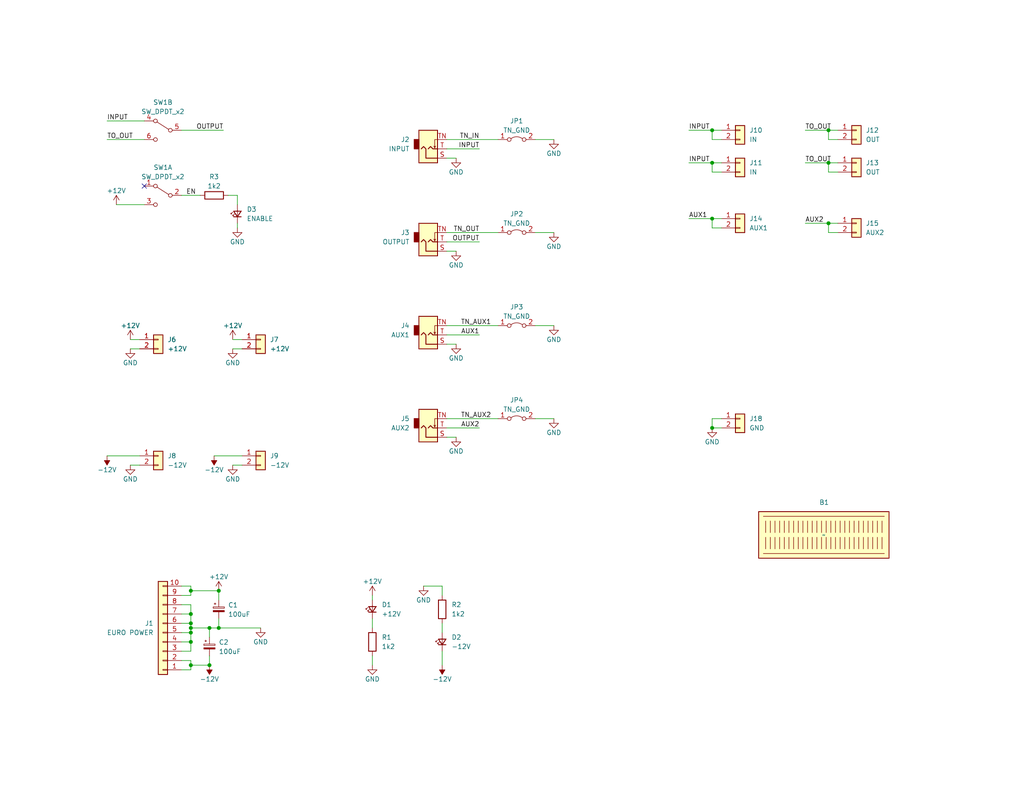
<source format=kicad_sch>
(kicad_sch (version 20230121) (generator eeschema)

  (uuid 8725b437-6188-4504-863f-0edfcc3f08f2)

  (paper "USLetter")

  (lib_symbols
    (symbol "Connector_Audio:AudioJack2_SwitchT" (in_bom yes) (on_board yes)
      (property "Reference" "J" (at 0 8.89 0)
        (effects (font (size 1.27 1.27)))
      )
      (property "Value" "AudioJack2_SwitchT" (at 0 6.35 0)
        (effects (font (size 1.27 1.27)))
      )
      (property "Footprint" "" (at 0 0 0)
        (effects (font (size 1.27 1.27)) hide)
      )
      (property "Datasheet" "~" (at 0 0 0)
        (effects (font (size 1.27 1.27)) hide)
      )
      (property "ki_keywords" "audio jack receptacle mono headphones phone TS connector" (at 0 0 0)
        (effects (font (size 1.27 1.27)) hide)
      )
      (property "ki_description" "Audio Jack, 2 Poles (Mono / TS), Switched T Pole (Normalling)" (at 0 0 0)
        (effects (font (size 1.27 1.27)) hide)
      )
      (property "ki_fp_filters" "Jack*" (at 0 0 0)
        (effects (font (size 1.27 1.27)) hide)
      )
      (symbol "AudioJack2_SwitchT_0_1"
        (rectangle (start -2.54 0) (end -3.81 -2.54)
          (stroke (width 0.254) (type default))
          (fill (type outline))
        )
        (polyline
          (pts
            (xy 1.778 -0.254)
            (xy 2.032 -0.762)
          )
          (stroke (width 0) (type default))
          (fill (type none))
        )
        (polyline
          (pts
            (xy 0 0)
            (xy 0.635 -0.635)
            (xy 1.27 0)
            (xy 2.54 0)
          )
          (stroke (width 0.254) (type default))
          (fill (type none))
        )
        (polyline
          (pts
            (xy 2.54 -2.54)
            (xy 1.778 -2.54)
            (xy 1.778 -0.254)
            (xy 1.524 -0.762)
          )
          (stroke (width 0) (type default))
          (fill (type none))
        )
        (polyline
          (pts
            (xy 2.54 2.54)
            (xy -0.635 2.54)
            (xy -0.635 0)
            (xy -1.27 -0.635)
            (xy -1.905 0)
          )
          (stroke (width 0.254) (type default))
          (fill (type none))
        )
        (rectangle (start 2.54 3.81) (end -2.54 -5.08)
          (stroke (width 0.254) (type default))
          (fill (type background))
        )
      )
      (symbol "AudioJack2_SwitchT_1_1"
        (pin passive line (at 5.08 2.54 180) (length 2.54)
          (name "~" (effects (font (size 1.27 1.27))))
          (number "S" (effects (font (size 1.27 1.27))))
        )
        (pin passive line (at 5.08 0 180) (length 2.54)
          (name "~" (effects (font (size 1.27 1.27))))
          (number "T" (effects (font (size 1.27 1.27))))
        )
        (pin passive line (at 5.08 -2.54 180) (length 2.54)
          (name "~" (effects (font (size 1.27 1.27))))
          (number "TN" (effects (font (size 1.27 1.27))))
        )
      )
    )
    (symbol "Connector_Generic:Conn_01x02" (pin_names (offset 1.016) hide) (in_bom yes) (on_board yes)
      (property "Reference" "J" (at 0 2.54 0)
        (effects (font (size 1.27 1.27)))
      )
      (property "Value" "Conn_01x02" (at 0 -5.08 0)
        (effects (font (size 1.27 1.27)))
      )
      (property "Footprint" "" (at 0 0 0)
        (effects (font (size 1.27 1.27)) hide)
      )
      (property "Datasheet" "~" (at 0 0 0)
        (effects (font (size 1.27 1.27)) hide)
      )
      (property "ki_keywords" "connector" (at 0 0 0)
        (effects (font (size 1.27 1.27)) hide)
      )
      (property "ki_description" "Generic connector, single row, 01x02, script generated (kicad-library-utils/schlib/autogen/connector/)" (at 0 0 0)
        (effects (font (size 1.27 1.27)) hide)
      )
      (property "ki_fp_filters" "Connector*:*_1x??_*" (at 0 0 0)
        (effects (font (size 1.27 1.27)) hide)
      )
      (symbol "Conn_01x02_1_1"
        (rectangle (start -1.27 -2.413) (end 0 -2.667)
          (stroke (width 0.1524) (type default))
          (fill (type none))
        )
        (rectangle (start -1.27 0.127) (end 0 -0.127)
          (stroke (width 0.1524) (type default))
          (fill (type none))
        )
        (rectangle (start -1.27 1.27) (end 1.27 -3.81)
          (stroke (width 0.254) (type default))
          (fill (type background))
        )
        (pin passive line (at -5.08 0 0) (length 3.81)
          (name "Pin_1" (effects (font (size 1.27 1.27))))
          (number "1" (effects (font (size 1.27 1.27))))
        )
        (pin passive line (at -5.08 -2.54 0) (length 3.81)
          (name "Pin_2" (effects (font (size 1.27 1.27))))
          (number "2" (effects (font (size 1.27 1.27))))
        )
      )
    )
    (symbol "Connector_Generic:Conn_01x10" (pin_names (offset 1.016) hide) (in_bom yes) (on_board yes)
      (property "Reference" "J" (at 0 12.7 0)
        (effects (font (size 1.27 1.27)))
      )
      (property "Value" "Conn_01x10" (at 0 -15.24 0)
        (effects (font (size 1.27 1.27)))
      )
      (property "Footprint" "" (at 0 0 0)
        (effects (font (size 1.27 1.27)) hide)
      )
      (property "Datasheet" "~" (at 0 0 0)
        (effects (font (size 1.27 1.27)) hide)
      )
      (property "ki_keywords" "connector" (at 0 0 0)
        (effects (font (size 1.27 1.27)) hide)
      )
      (property "ki_description" "Generic connector, single row, 01x10, script generated (kicad-library-utils/schlib/autogen/connector/)" (at 0 0 0)
        (effects (font (size 1.27 1.27)) hide)
      )
      (property "ki_fp_filters" "Connector*:*_1x??_*" (at 0 0 0)
        (effects (font (size 1.27 1.27)) hide)
      )
      (symbol "Conn_01x10_1_1"
        (rectangle (start -1.27 -12.573) (end 0 -12.827)
          (stroke (width 0.1524) (type default))
          (fill (type none))
        )
        (rectangle (start -1.27 -10.033) (end 0 -10.287)
          (stroke (width 0.1524) (type default))
          (fill (type none))
        )
        (rectangle (start -1.27 -7.493) (end 0 -7.747)
          (stroke (width 0.1524) (type default))
          (fill (type none))
        )
        (rectangle (start -1.27 -4.953) (end 0 -5.207)
          (stroke (width 0.1524) (type default))
          (fill (type none))
        )
        (rectangle (start -1.27 -2.413) (end 0 -2.667)
          (stroke (width 0.1524) (type default))
          (fill (type none))
        )
        (rectangle (start -1.27 0.127) (end 0 -0.127)
          (stroke (width 0.1524) (type default))
          (fill (type none))
        )
        (rectangle (start -1.27 2.667) (end 0 2.413)
          (stroke (width 0.1524) (type default))
          (fill (type none))
        )
        (rectangle (start -1.27 5.207) (end 0 4.953)
          (stroke (width 0.1524) (type default))
          (fill (type none))
        )
        (rectangle (start -1.27 7.747) (end 0 7.493)
          (stroke (width 0.1524) (type default))
          (fill (type none))
        )
        (rectangle (start -1.27 10.287) (end 0 10.033)
          (stroke (width 0.1524) (type default))
          (fill (type none))
        )
        (rectangle (start -1.27 11.43) (end 1.27 -13.97)
          (stroke (width 0.254) (type default))
          (fill (type background))
        )
        (pin passive line (at -5.08 10.16 0) (length 3.81)
          (name "Pin_1" (effects (font (size 1.27 1.27))))
          (number "1" (effects (font (size 1.27 1.27))))
        )
        (pin passive line (at -5.08 -12.7 0) (length 3.81)
          (name "Pin_10" (effects (font (size 1.27 1.27))))
          (number "10" (effects (font (size 1.27 1.27))))
        )
        (pin passive line (at -5.08 7.62 0) (length 3.81)
          (name "Pin_2" (effects (font (size 1.27 1.27))))
          (number "2" (effects (font (size 1.27 1.27))))
        )
        (pin passive line (at -5.08 5.08 0) (length 3.81)
          (name "Pin_3" (effects (font (size 1.27 1.27))))
          (number "3" (effects (font (size 1.27 1.27))))
        )
        (pin passive line (at -5.08 2.54 0) (length 3.81)
          (name "Pin_4" (effects (font (size 1.27 1.27))))
          (number "4" (effects (font (size 1.27 1.27))))
        )
        (pin passive line (at -5.08 0 0) (length 3.81)
          (name "Pin_5" (effects (font (size 1.27 1.27))))
          (number "5" (effects (font (size 1.27 1.27))))
        )
        (pin passive line (at -5.08 -2.54 0) (length 3.81)
          (name "Pin_6" (effects (font (size 1.27 1.27))))
          (number "6" (effects (font (size 1.27 1.27))))
        )
        (pin passive line (at -5.08 -5.08 0) (length 3.81)
          (name "Pin_7" (effects (font (size 1.27 1.27))))
          (number "7" (effects (font (size 1.27 1.27))))
        )
        (pin passive line (at -5.08 -7.62 0) (length 3.81)
          (name "Pin_8" (effects (font (size 1.27 1.27))))
          (number "8" (effects (font (size 1.27 1.27))))
        )
        (pin passive line (at -5.08 -10.16 0) (length 3.81)
          (name "Pin_9" (effects (font (size 1.27 1.27))))
          (number "9" (effects (font (size 1.27 1.27))))
        )
      )
    )
    (symbol "Device:C_Polarized_Small" (pin_numbers hide) (pin_names (offset 0.254) hide) (in_bom yes) (on_board yes)
      (property "Reference" "C" (at 0.254 1.778 0)
        (effects (font (size 1.27 1.27)) (justify left))
      )
      (property "Value" "C_Polarized_Small" (at 0.254 -2.032 0)
        (effects (font (size 1.27 1.27)) (justify left))
      )
      (property "Footprint" "" (at 0 0 0)
        (effects (font (size 1.27 1.27)) hide)
      )
      (property "Datasheet" "~" (at 0 0 0)
        (effects (font (size 1.27 1.27)) hide)
      )
      (property "ki_keywords" "cap capacitor" (at 0 0 0)
        (effects (font (size 1.27 1.27)) hide)
      )
      (property "ki_description" "Polarized capacitor, small symbol" (at 0 0 0)
        (effects (font (size 1.27 1.27)) hide)
      )
      (property "ki_fp_filters" "CP_*" (at 0 0 0)
        (effects (font (size 1.27 1.27)) hide)
      )
      (symbol "C_Polarized_Small_0_1"
        (rectangle (start -1.524 -0.3048) (end 1.524 -0.6858)
          (stroke (width 0) (type default))
          (fill (type outline))
        )
        (rectangle (start -1.524 0.6858) (end 1.524 0.3048)
          (stroke (width 0) (type default))
          (fill (type none))
        )
        (polyline
          (pts
            (xy -1.27 1.524)
            (xy -0.762 1.524)
          )
          (stroke (width 0) (type default))
          (fill (type none))
        )
        (polyline
          (pts
            (xy -1.016 1.27)
            (xy -1.016 1.778)
          )
          (stroke (width 0) (type default))
          (fill (type none))
        )
      )
      (symbol "C_Polarized_Small_1_1"
        (pin passive line (at 0 2.54 270) (length 1.8542)
          (name "~" (effects (font (size 1.27 1.27))))
          (number "1" (effects (font (size 1.27 1.27))))
        )
        (pin passive line (at 0 -2.54 90) (length 1.8542)
          (name "~" (effects (font (size 1.27 1.27))))
          (number "2" (effects (font (size 1.27 1.27))))
        )
      )
    )
    (symbol "Device:LED_Small" (pin_numbers hide) (pin_names (offset 0.254) hide) (in_bom yes) (on_board yes)
      (property "Reference" "D" (at -1.27 3.175 0)
        (effects (font (size 1.27 1.27)) (justify left))
      )
      (property "Value" "LED_Small" (at -4.445 -2.54 0)
        (effects (font (size 1.27 1.27)) (justify left))
      )
      (property "Footprint" "" (at 0 0 90)
        (effects (font (size 1.27 1.27)) hide)
      )
      (property "Datasheet" "~" (at 0 0 90)
        (effects (font (size 1.27 1.27)) hide)
      )
      (property "ki_keywords" "LED diode light-emitting-diode" (at 0 0 0)
        (effects (font (size 1.27 1.27)) hide)
      )
      (property "ki_description" "Light emitting diode, small symbol" (at 0 0 0)
        (effects (font (size 1.27 1.27)) hide)
      )
      (property "ki_fp_filters" "LED* LED_SMD:* LED_THT:*" (at 0 0 0)
        (effects (font (size 1.27 1.27)) hide)
      )
      (symbol "LED_Small_0_1"
        (polyline
          (pts
            (xy -0.762 -1.016)
            (xy -0.762 1.016)
          )
          (stroke (width 0.254) (type default))
          (fill (type none))
        )
        (polyline
          (pts
            (xy 1.016 0)
            (xy -0.762 0)
          )
          (stroke (width 0) (type default))
          (fill (type none))
        )
        (polyline
          (pts
            (xy 0.762 -1.016)
            (xy -0.762 0)
            (xy 0.762 1.016)
            (xy 0.762 -1.016)
          )
          (stroke (width 0.254) (type default))
          (fill (type none))
        )
        (polyline
          (pts
            (xy 0 0.762)
            (xy -0.508 1.27)
            (xy -0.254 1.27)
            (xy -0.508 1.27)
            (xy -0.508 1.016)
          )
          (stroke (width 0) (type default))
          (fill (type none))
        )
        (polyline
          (pts
            (xy 0.508 1.27)
            (xy 0 1.778)
            (xy 0.254 1.778)
            (xy 0 1.778)
            (xy 0 1.524)
          )
          (stroke (width 0) (type default))
          (fill (type none))
        )
      )
      (symbol "LED_Small_1_1"
        (pin passive line (at -2.54 0 0) (length 1.778)
          (name "K" (effects (font (size 1.27 1.27))))
          (number "1" (effects (font (size 1.27 1.27))))
        )
        (pin passive line (at 2.54 0 180) (length 1.778)
          (name "A" (effects (font (size 1.27 1.27))))
          (number "2" (effects (font (size 1.27 1.27))))
        )
      )
    )
    (symbol "Device:R" (pin_numbers hide) (pin_names (offset 0)) (in_bom yes) (on_board yes)
      (property "Reference" "R" (at 2.032 0 90)
        (effects (font (size 1.27 1.27)))
      )
      (property "Value" "R" (at 0 0 90)
        (effects (font (size 1.27 1.27)))
      )
      (property "Footprint" "" (at -1.778 0 90)
        (effects (font (size 1.27 1.27)) hide)
      )
      (property "Datasheet" "~" (at 0 0 0)
        (effects (font (size 1.27 1.27)) hide)
      )
      (property "ki_keywords" "R res resistor" (at 0 0 0)
        (effects (font (size 1.27 1.27)) hide)
      )
      (property "ki_description" "Resistor" (at 0 0 0)
        (effects (font (size 1.27 1.27)) hide)
      )
      (property "ki_fp_filters" "R_*" (at 0 0 0)
        (effects (font (size 1.27 1.27)) hide)
      )
      (symbol "R_0_1"
        (rectangle (start -1.016 -2.54) (end 1.016 2.54)
          (stroke (width 0.254) (type default))
          (fill (type none))
        )
      )
      (symbol "R_1_1"
        (pin passive line (at 0 3.81 270) (length 1.27)
          (name "~" (effects (font (size 1.27 1.27))))
          (number "1" (effects (font (size 1.27 1.27))))
        )
        (pin passive line (at 0 -3.81 90) (length 1.27)
          (name "~" (effects (font (size 1.27 1.27))))
          (number "2" (effects (font (size 1.27 1.27))))
        )
      )
    )
    (symbol "Jumper:Jumper_2_Bridged" (pin_names (offset 0) hide) (in_bom yes) (on_board yes)
      (property "Reference" "JP" (at 0 1.905 0)
        (effects (font (size 1.27 1.27)))
      )
      (property "Value" "Jumper_2_Bridged" (at 0 -2.54 0)
        (effects (font (size 1.27 1.27)))
      )
      (property "Footprint" "" (at 0 0 0)
        (effects (font (size 1.27 1.27)) hide)
      )
      (property "Datasheet" "~" (at 0 0 0)
        (effects (font (size 1.27 1.27)) hide)
      )
      (property "ki_keywords" "Jumper SPST" (at 0 0 0)
        (effects (font (size 1.27 1.27)) hide)
      )
      (property "ki_description" "Jumper, 2-pole, closed/bridged" (at 0 0 0)
        (effects (font (size 1.27 1.27)) hide)
      )
      (property "ki_fp_filters" "Jumper* TestPoint*2Pads* TestPoint*Bridge*" (at 0 0 0)
        (effects (font (size 1.27 1.27)) hide)
      )
      (symbol "Jumper_2_Bridged_0_0"
        (circle (center -2.032 0) (radius 0.508)
          (stroke (width 0) (type default))
          (fill (type none))
        )
        (circle (center 2.032 0) (radius 0.508)
          (stroke (width 0) (type default))
          (fill (type none))
        )
      )
      (symbol "Jumper_2_Bridged_0_1"
        (arc (start 1.524 0.254) (mid 0 0.762) (end -1.524 0.254)
          (stroke (width 0) (type default))
          (fill (type none))
        )
      )
      (symbol "Jumper_2_Bridged_1_1"
        (pin passive line (at -5.08 0 0) (length 2.54)
          (name "A" (effects (font (size 1.27 1.27))))
          (number "1" (effects (font (size 1.27 1.27))))
        )
        (pin passive line (at 5.08 0 180) (length 2.54)
          (name "B" (effects (font (size 1.27 1.27))))
          (number "2" (effects (font (size 1.27 1.27))))
        )
      )
    )
    (symbol "Switch:SW_DPDT_x2" (pin_names (offset 0) hide) (in_bom yes) (on_board yes)
      (property "Reference" "SW" (at 0 4.318 0)
        (effects (font (size 1.27 1.27)))
      )
      (property "Value" "SW_DPDT_x2" (at 0 -5.08 0)
        (effects (font (size 1.27 1.27)))
      )
      (property "Footprint" "" (at 0 0 0)
        (effects (font (size 1.27 1.27)) hide)
      )
      (property "Datasheet" "~" (at 0 0 0)
        (effects (font (size 1.27 1.27)) hide)
      )
      (property "ki_keywords" "switch dual-pole double-throw DPDT spdt ON-ON" (at 0 0 0)
        (effects (font (size 1.27 1.27)) hide)
      )
      (property "ki_description" "Switch, dual pole double throw, separate symbols" (at 0 0 0)
        (effects (font (size 1.27 1.27)) hide)
      )
      (property "ki_fp_filters" "SW*DPDT*" (at 0 0 0)
        (effects (font (size 1.27 1.27)) hide)
      )
      (symbol "SW_DPDT_x2_0_0"
        (circle (center -2.032 0) (radius 0.508)
          (stroke (width 0) (type default))
          (fill (type none))
        )
        (circle (center 2.032 -2.54) (radius 0.508)
          (stroke (width 0) (type default))
          (fill (type none))
        )
      )
      (symbol "SW_DPDT_x2_0_1"
        (polyline
          (pts
            (xy -1.524 0.254)
            (xy 1.651 2.286)
          )
          (stroke (width 0) (type default))
          (fill (type none))
        )
        (circle (center 2.032 2.54) (radius 0.508)
          (stroke (width 0) (type default))
          (fill (type none))
        )
      )
      (symbol "SW_DPDT_x2_1_1"
        (pin passive line (at 5.08 2.54 180) (length 2.54)
          (name "A" (effects (font (size 1.27 1.27))))
          (number "1" (effects (font (size 1.27 1.27))))
        )
        (pin passive line (at -5.08 0 0) (length 2.54)
          (name "B" (effects (font (size 1.27 1.27))))
          (number "2" (effects (font (size 1.27 1.27))))
        )
        (pin passive line (at 5.08 -2.54 180) (length 2.54)
          (name "C" (effects (font (size 1.27 1.27))))
          (number "3" (effects (font (size 1.27 1.27))))
        )
      )
      (symbol "SW_DPDT_x2_2_1"
        (pin passive line (at 5.08 2.54 180) (length 2.54)
          (name "A" (effects (font (size 1.27 1.27))))
          (number "4" (effects (font (size 1.27 1.27))))
        )
        (pin passive line (at -5.08 0 0) (length 2.54)
          (name "B" (effects (font (size 1.27 1.27))))
          (number "5" (effects (font (size 1.27 1.27))))
        )
        (pin passive line (at 5.08 -2.54 180) (length 2.54)
          (name "C" (effects (font (size 1.27 1.27))))
          (number "6" (effects (font (size 1.27 1.27))))
        )
      )
    )
    (symbol "kosmo-lib:Breadboard" (in_bom yes) (on_board yes)
      (property "Reference" "B" (at 0 8.255 0)
        (effects (font (size 1.27 1.27)))
      )
      (property "Value" "" (at 0.635 0 0)
        (effects (font (size 1.27 1.27)))
      )
      (property "Footprint" "kosmo-lib:Breadboard" (at 0.635 0 0)
        (effects (font (size 1.27 1.27)) hide)
      )
      (property "Datasheet" "" (at 0.635 0 0)
        (effects (font (size 1.27 1.27)) hide)
      )
      (symbol "Breadboard_0_1"
        (polyline
          (pts
            (xy -16.51 -5.08)
            (xy 16.51 -5.08)
          )
          (stroke (width 0) (type default))
          (fill (type none))
        )
        (polyline
          (pts
            (xy -16.51 5.08)
            (xy 16.51 5.08)
          )
          (stroke (width 0) (type default))
          (fill (type none))
        )
        (polyline
          (pts
            (xy -15.875 -0.635)
            (xy -15.875 -3.81)
          )
          (stroke (width 0) (type default))
          (fill (type none))
        )
        (polyline
          (pts
            (xy -15.875 0.635)
            (xy -15.875 3.81)
          )
          (stroke (width 0) (type default))
          (fill (type none))
        )
        (polyline
          (pts
            (xy -14.605 -0.635)
            (xy -14.605 -3.81)
          )
          (stroke (width 0) (type default))
          (fill (type none))
        )
        (polyline
          (pts
            (xy -14.605 0.635)
            (xy -14.605 3.81)
          )
          (stroke (width 0) (type default))
          (fill (type none))
        )
        (polyline
          (pts
            (xy -13.335 -0.635)
            (xy -13.335 -3.81)
          )
          (stroke (width 0) (type default))
          (fill (type none))
        )
        (polyline
          (pts
            (xy -13.335 0.635)
            (xy -13.335 3.81)
          )
          (stroke (width 0) (type default))
          (fill (type none))
        )
        (polyline
          (pts
            (xy -12.065 -0.635)
            (xy -12.065 -3.81)
          )
          (stroke (width 0) (type default))
          (fill (type none))
        )
        (polyline
          (pts
            (xy -12.065 0.635)
            (xy -12.065 3.81)
          )
          (stroke (width 0) (type default))
          (fill (type none))
        )
        (polyline
          (pts
            (xy -10.795 -0.635)
            (xy -10.795 -3.81)
          )
          (stroke (width 0) (type default))
          (fill (type none))
        )
        (polyline
          (pts
            (xy -10.795 0.635)
            (xy -10.795 3.81)
          )
          (stroke (width 0) (type default))
          (fill (type none))
        )
        (polyline
          (pts
            (xy -9.525 -0.635)
            (xy -9.525 -3.81)
          )
          (stroke (width 0) (type default))
          (fill (type none))
        )
        (polyline
          (pts
            (xy -9.525 0.635)
            (xy -9.525 3.81)
          )
          (stroke (width 0) (type default))
          (fill (type none))
        )
        (polyline
          (pts
            (xy -8.255 -0.635)
            (xy -8.255 -3.81)
          )
          (stroke (width 0) (type default))
          (fill (type none))
        )
        (polyline
          (pts
            (xy -8.255 0.635)
            (xy -8.255 3.81)
          )
          (stroke (width 0) (type default))
          (fill (type none))
        )
        (polyline
          (pts
            (xy -6.985 -0.635)
            (xy -6.985 -3.81)
          )
          (stroke (width 0) (type default))
          (fill (type none))
        )
        (polyline
          (pts
            (xy -6.985 0.635)
            (xy -6.985 3.81)
          )
          (stroke (width 0) (type default))
          (fill (type none))
        )
        (polyline
          (pts
            (xy -5.715 -0.635)
            (xy -5.715 -3.81)
          )
          (stroke (width 0) (type default))
          (fill (type none))
        )
        (polyline
          (pts
            (xy -5.715 0.635)
            (xy -5.715 3.81)
          )
          (stroke (width 0) (type default))
          (fill (type none))
        )
        (polyline
          (pts
            (xy -4.445 -0.635)
            (xy -4.445 -3.81)
          )
          (stroke (width 0) (type default))
          (fill (type none))
        )
        (polyline
          (pts
            (xy -4.445 0.635)
            (xy -4.445 3.81)
          )
          (stroke (width 0) (type default))
          (fill (type none))
        )
        (polyline
          (pts
            (xy -3.175 -0.635)
            (xy -3.175 -3.81)
          )
          (stroke (width 0) (type default))
          (fill (type none))
        )
        (polyline
          (pts
            (xy -3.175 0.635)
            (xy -3.175 3.81)
          )
          (stroke (width 0) (type default))
          (fill (type none))
        )
        (polyline
          (pts
            (xy -1.905 -0.635)
            (xy -1.905 -3.81)
          )
          (stroke (width 0) (type default))
          (fill (type none))
        )
        (polyline
          (pts
            (xy -1.905 0.635)
            (xy -1.905 3.81)
          )
          (stroke (width 0) (type default))
          (fill (type none))
        )
        (polyline
          (pts
            (xy -0.635 -0.635)
            (xy -0.635 -3.81)
          )
          (stroke (width 0) (type default))
          (fill (type none))
        )
        (polyline
          (pts
            (xy -0.635 0.635)
            (xy -0.635 3.81)
          )
          (stroke (width 0) (type default))
          (fill (type none))
        )
        (polyline
          (pts
            (xy 0.635 -0.635)
            (xy 0.635 -3.81)
          )
          (stroke (width 0) (type default))
          (fill (type none))
        )
        (polyline
          (pts
            (xy 0.635 0.635)
            (xy 0.635 3.81)
          )
          (stroke (width 0) (type default))
          (fill (type none))
        )
        (polyline
          (pts
            (xy 1.905 -0.635)
            (xy 1.905 -3.81)
          )
          (stroke (width 0) (type default))
          (fill (type none))
        )
        (polyline
          (pts
            (xy 1.905 3.81)
            (xy 1.905 0.635)
          )
          (stroke (width 0) (type default))
          (fill (type none))
        )
        (polyline
          (pts
            (xy 3.175 -0.635)
            (xy 3.175 -3.81)
          )
          (stroke (width 0) (type default))
          (fill (type none))
        )
        (polyline
          (pts
            (xy 3.175 3.81)
            (xy 3.175 0.635)
          )
          (stroke (width 0) (type default))
          (fill (type none))
        )
        (polyline
          (pts
            (xy 4.445 -0.635)
            (xy 4.445 -3.81)
          )
          (stroke (width 0) (type default))
          (fill (type none))
        )
        (polyline
          (pts
            (xy 4.445 3.81)
            (xy 4.445 0.635)
          )
          (stroke (width 0) (type default))
          (fill (type none))
        )
        (polyline
          (pts
            (xy 5.715 -0.635)
            (xy 5.715 -3.81)
          )
          (stroke (width 0) (type default))
          (fill (type none))
        )
        (polyline
          (pts
            (xy 5.715 3.81)
            (xy 5.715 0.635)
          )
          (stroke (width 0) (type default))
          (fill (type none))
        )
        (polyline
          (pts
            (xy 6.985 -0.635)
            (xy 6.985 -3.81)
          )
          (stroke (width 0) (type default))
          (fill (type none))
        )
        (polyline
          (pts
            (xy 6.985 3.81)
            (xy 6.985 0.635)
          )
          (stroke (width 0) (type default))
          (fill (type none))
        )
        (polyline
          (pts
            (xy 8.255 -0.635)
            (xy 8.255 -3.81)
          )
          (stroke (width 0) (type default))
          (fill (type none))
        )
        (polyline
          (pts
            (xy 8.255 3.81)
            (xy 8.255 0.635)
          )
          (stroke (width 0) (type default))
          (fill (type none))
        )
        (polyline
          (pts
            (xy 9.525 -0.635)
            (xy 9.525 -3.81)
          )
          (stroke (width 0) (type default))
          (fill (type none))
        )
        (polyline
          (pts
            (xy 9.525 3.81)
            (xy 9.525 0.635)
          )
          (stroke (width 0) (type default))
          (fill (type none))
        )
        (polyline
          (pts
            (xy 10.795 -0.635)
            (xy 10.795 -3.81)
          )
          (stroke (width 0) (type default))
          (fill (type none))
        )
        (polyline
          (pts
            (xy 10.795 3.81)
            (xy 10.795 0.635)
          )
          (stroke (width 0) (type default))
          (fill (type none))
        )
        (polyline
          (pts
            (xy 12.065 -0.635)
            (xy 12.065 -3.81)
          )
          (stroke (width 0) (type default))
          (fill (type none))
        )
        (polyline
          (pts
            (xy 12.065 3.81)
            (xy 12.065 0.635)
          )
          (stroke (width 0) (type default))
          (fill (type none))
        )
        (polyline
          (pts
            (xy 13.335 -0.635)
            (xy 13.335 -3.81)
          )
          (stroke (width 0) (type default))
          (fill (type none))
        )
        (polyline
          (pts
            (xy 13.335 3.81)
            (xy 13.335 0.635)
          )
          (stroke (width 0) (type default))
          (fill (type none))
        )
        (polyline
          (pts
            (xy 14.605 -0.635)
            (xy 14.605 -3.81)
          )
          (stroke (width 0) (type default))
          (fill (type none))
        )
        (polyline
          (pts
            (xy 14.605 3.81)
            (xy 14.605 0.635)
          )
          (stroke (width 0) (type default))
          (fill (type none))
        )
        (polyline
          (pts
            (xy 15.875 -0.635)
            (xy 15.875 -3.81)
          )
          (stroke (width 0) (type default))
          (fill (type none))
        )
        (polyline
          (pts
            (xy 15.875 3.81)
            (xy 15.875 0.635)
          )
          (stroke (width 0) (type default))
          (fill (type none))
        )
      )
      (symbol "Breadboard_1_1"
        (rectangle (start -17.78 6.35) (end 17.78 -6.35)
          (stroke (width 0.254) (type default))
          (fill (type background))
        )
      )
    )
    (symbol "power:+12V" (power) (pin_names (offset 0)) (in_bom yes) (on_board yes)
      (property "Reference" "#PWR" (at 0 -3.81 0)
        (effects (font (size 1.27 1.27)) hide)
      )
      (property "Value" "+12V" (at 0 3.556 0)
        (effects (font (size 1.27 1.27)))
      )
      (property "Footprint" "" (at 0 0 0)
        (effects (font (size 1.27 1.27)) hide)
      )
      (property "Datasheet" "" (at 0 0 0)
        (effects (font (size 1.27 1.27)) hide)
      )
      (property "ki_keywords" "global power" (at 0 0 0)
        (effects (font (size 1.27 1.27)) hide)
      )
      (property "ki_description" "Power symbol creates a global label with name \"+12V\"" (at 0 0 0)
        (effects (font (size 1.27 1.27)) hide)
      )
      (symbol "+12V_0_1"
        (polyline
          (pts
            (xy -0.762 1.27)
            (xy 0 2.54)
          )
          (stroke (width 0) (type default))
          (fill (type none))
        )
        (polyline
          (pts
            (xy 0 0)
            (xy 0 2.54)
          )
          (stroke (width 0) (type default))
          (fill (type none))
        )
        (polyline
          (pts
            (xy 0 2.54)
            (xy 0.762 1.27)
          )
          (stroke (width 0) (type default))
          (fill (type none))
        )
      )
      (symbol "+12V_1_1"
        (pin power_in line (at 0 0 90) (length 0) hide
          (name "+12V" (effects (font (size 1.27 1.27))))
          (number "1" (effects (font (size 1.27 1.27))))
        )
      )
    )
    (symbol "power:-12V" (power) (pin_names (offset 0)) (in_bom yes) (on_board yes)
      (property "Reference" "#PWR" (at 0 2.54 0)
        (effects (font (size 1.27 1.27)) hide)
      )
      (property "Value" "-12V" (at 0 3.81 0)
        (effects (font (size 1.27 1.27)))
      )
      (property "Footprint" "" (at 0 0 0)
        (effects (font (size 1.27 1.27)) hide)
      )
      (property "Datasheet" "" (at 0 0 0)
        (effects (font (size 1.27 1.27)) hide)
      )
      (property "ki_keywords" "global power" (at 0 0 0)
        (effects (font (size 1.27 1.27)) hide)
      )
      (property "ki_description" "Power symbol creates a global label with name \"-12V\"" (at 0 0 0)
        (effects (font (size 1.27 1.27)) hide)
      )
      (symbol "-12V_0_0"
        (pin power_in line (at 0 0 90) (length 0) hide
          (name "-12V" (effects (font (size 1.27 1.27))))
          (number "1" (effects (font (size 1.27 1.27))))
        )
      )
      (symbol "-12V_0_1"
        (polyline
          (pts
            (xy 0 0)
            (xy 0 1.27)
            (xy 0.762 1.27)
            (xy 0 2.54)
            (xy -0.762 1.27)
            (xy 0 1.27)
          )
          (stroke (width 0) (type default))
          (fill (type outline))
        )
      )
    )
    (symbol "power:GND" (power) (pin_names (offset 0)) (in_bom yes) (on_board yes)
      (property "Reference" "#PWR" (at 0 -6.35 0)
        (effects (font (size 1.27 1.27)) hide)
      )
      (property "Value" "GND" (at 0 -3.81 0)
        (effects (font (size 1.27 1.27)))
      )
      (property "Footprint" "" (at 0 0 0)
        (effects (font (size 1.27 1.27)) hide)
      )
      (property "Datasheet" "" (at 0 0 0)
        (effects (font (size 1.27 1.27)) hide)
      )
      (property "ki_keywords" "global power" (at 0 0 0)
        (effects (font (size 1.27 1.27)) hide)
      )
      (property "ki_description" "Power symbol creates a global label with name \"GND\" , ground" (at 0 0 0)
        (effects (font (size 1.27 1.27)) hide)
      )
      (symbol "GND_0_1"
        (polyline
          (pts
            (xy 0 0)
            (xy 0 -1.27)
            (xy 1.27 -1.27)
            (xy 0 -2.54)
            (xy -1.27 -1.27)
            (xy 0 -1.27)
          )
          (stroke (width 0) (type default))
          (fill (type none))
        )
      )
      (symbol "GND_1_1"
        (pin power_in line (at 0 0 270) (length 0) hide
          (name "GND" (effects (font (size 1.27 1.27))))
          (number "1" (effects (font (size 1.27 1.27))))
        )
      )
    )
  )

  (junction (at 59.69 161.29) (diameter 0) (color 0 0 0 0)
    (uuid 0cdc9c65-7705-4e2d-b2aa-9fdd05bb5ea4)
  )
  (junction (at 52.07 167.64) (diameter 0) (color 0 0 0 0)
    (uuid 0e008dbf-ab53-4892-8e9f-253849484835)
  )
  (junction (at 57.15 181.61) (diameter 0) (color 0 0 0 0)
    (uuid 1f933abf-241c-4103-9c40-6a8d130edc31)
  )
  (junction (at 226.06 35.56) (diameter 0) (color 0 0 0 0)
    (uuid 240b4c8b-6207-48a8-bb8b-434d9bc8d0b4)
  )
  (junction (at 52.07 171.45) (diameter 0) (color 0 0 0 0)
    (uuid 5b698a13-7dc9-48a9-bafa-062d03553a74)
  )
  (junction (at 57.15 171.45) (diameter 0) (color 0 0 0 0)
    (uuid 66f700ed-3d58-4ca3-a96e-c923798f5f7b)
  )
  (junction (at 194.31 44.45) (diameter 0) (color 0 0 0 0)
    (uuid 78a9ef8c-db66-4953-9b0f-79eb590dbda4)
  )
  (junction (at 52.07 170.18) (diameter 0) (color 0 0 0 0)
    (uuid 7966505f-61d4-450f-8616-0b99f2791520)
  )
  (junction (at 194.31 59.69) (diameter 0) (color 0 0 0 0)
    (uuid 7ece6318-21d1-418a-9cc9-91bcef8d69d5)
  )
  (junction (at 226.06 44.45) (diameter 0) (color 0 0 0 0)
    (uuid b1afc639-56e9-4c29-9804-81b1ca7f218b)
  )
  (junction (at 52.07 161.29) (diameter 0) (color 0 0 0 0)
    (uuid b76e62ce-06d8-4196-a7f6-d190161af192)
  )
  (junction (at 59.69 171.45) (diameter 0) (color 0 0 0 0)
    (uuid c75bdd98-e311-4d5b-ab52-4241d088e946)
  )
  (junction (at 194.31 35.56) (diameter 0) (color 0 0 0 0)
    (uuid d8431839-2b81-48bd-8ec7-85cc44330d9b)
  )
  (junction (at 52.07 175.26) (diameter 0) (color 0 0 0 0)
    (uuid e1af1167-6003-4d13-95fd-7856d002b9c7)
  )
  (junction (at 194.31 116.84) (diameter 0) (color 0 0 0 0)
    (uuid e8ae310e-924e-4840-919b-33f0ed214719)
  )
  (junction (at 226.06 60.96) (diameter 0) (color 0 0 0 0)
    (uuid eab09fde-647b-40e3-a7ea-d08f9d8c77ad)
  )
  (junction (at 52.07 172.72) (diameter 0) (color 0 0 0 0)
    (uuid edcba5da-e27d-411d-b25f-72e9856e08be)
  )
  (junction (at 52.07 181.61) (diameter 0) (color 0 0 0 0)
    (uuid efa2fe9e-54c7-4a68-8713-419af78a4f4f)
  )

  (no_connect (at 39.37 50.8) (uuid 9e47a7a1-4f76-41dc-8759-8ed52e7f4b32))

  (wire (pts (xy 59.69 161.29) (xy 52.07 161.29))
    (stroke (width 0) (type default))
    (uuid 0053fb3e-a379-4812-b9b9-24356d8f619f)
  )
  (wire (pts (xy 121.92 116.84) (xy 130.81 116.84))
    (stroke (width 0) (type default))
    (uuid 08cf2e40-57ce-41af-8270-c0d6691edf60)
  )
  (wire (pts (xy 228.6 63.5) (xy 226.06 63.5))
    (stroke (width 0) (type default))
    (uuid 0f082dda-ece0-480b-80b0-aead0a49d271)
  )
  (wire (pts (xy 35.56 95.25) (xy 38.1 95.25))
    (stroke (width 0) (type default))
    (uuid 0feb76ba-777b-46ea-bfa8-791287b0ace4)
  )
  (wire (pts (xy 49.53 160.02) (xy 52.07 160.02))
    (stroke (width 0) (type default))
    (uuid 11af22df-9885-4221-b653-5325f9a8c32e)
  )
  (wire (pts (xy 63.5 95.25) (xy 66.04 95.25))
    (stroke (width 0) (type default))
    (uuid 12089417-b10c-4e1c-84bc-78a9a0815d80)
  )
  (wire (pts (xy 64.77 60.96) (xy 64.77 62.23))
    (stroke (width 0) (type default))
    (uuid 1574f675-edcf-4c57-85da-9c87edd2890c)
  )
  (wire (pts (xy 226.06 63.5) (xy 226.06 60.96))
    (stroke (width 0) (type default))
    (uuid 15e544b0-5d96-41cb-9458-3b35a63edd93)
  )
  (wire (pts (xy 194.31 59.69) (xy 196.85 59.69))
    (stroke (width 0) (type default))
    (uuid 20ede9c6-bc95-448f-8bb8-d66512a39cd1)
  )
  (wire (pts (xy 226.06 44.45) (xy 228.6 44.45))
    (stroke (width 0) (type default))
    (uuid 21333988-619a-447e-b633-2742bbff208b)
  )
  (wire (pts (xy 194.31 46.99) (xy 194.31 44.45))
    (stroke (width 0) (type default))
    (uuid 242d5e95-0ec8-40d6-b499-d61a295ce9a2)
  )
  (wire (pts (xy 228.6 46.99) (xy 226.06 46.99))
    (stroke (width 0) (type default))
    (uuid 24a65e5a-1773-41fd-88aa-234090b07c87)
  )
  (wire (pts (xy 35.56 92.71) (xy 38.1 92.71))
    (stroke (width 0) (type default))
    (uuid 261de683-d114-4cdd-8340-f18e889b29ee)
  )
  (wire (pts (xy 121.92 40.64) (xy 130.81 40.64))
    (stroke (width 0) (type default))
    (uuid 283a54b7-a119-4717-a114-008944f8c47d)
  )
  (wire (pts (xy 124.46 43.18) (xy 121.92 43.18))
    (stroke (width 0) (type default))
    (uuid 2999f799-2b58-4b56-8db9-a8666a0d4603)
  )
  (wire (pts (xy 101.6 162.56) (xy 101.6 163.83))
    (stroke (width 0) (type default))
    (uuid 2ab83024-276c-4ca4-8f4e-f6ad5cbf7e7c)
  )
  (wire (pts (xy 57.15 171.45) (xy 52.07 171.45))
    (stroke (width 0) (type default))
    (uuid 2c42201a-2d63-42e8-9e47-7a588301a261)
  )
  (wire (pts (xy 146.05 114.3) (xy 151.13 114.3))
    (stroke (width 0) (type default))
    (uuid 2d54f0c4-d2b7-4437-93ac-d54391787de9)
  )
  (wire (pts (xy 146.05 63.5) (xy 151.13 63.5))
    (stroke (width 0) (type default))
    (uuid 30a8d287-220e-42ea-ac44-7717ed557635)
  )
  (wire (pts (xy 29.21 33.02) (xy 39.37 33.02))
    (stroke (width 0) (type default))
    (uuid 3191d300-ca10-434b-b6c8-23ab02921cd7)
  )
  (wire (pts (xy 194.31 116.84) (xy 196.85 116.84))
    (stroke (width 0) (type default))
    (uuid 3981c602-a2a2-4ca3-9281-8886b725727e)
  )
  (wire (pts (xy 219.71 60.96) (xy 226.06 60.96))
    (stroke (width 0) (type default))
    (uuid 3da7ee66-933d-4431-b1a0-1a02db285569)
  )
  (wire (pts (xy 187.96 44.45) (xy 194.31 44.45))
    (stroke (width 0) (type default))
    (uuid 4787162c-2b21-491a-8f67-870aeedf3d8e)
  )
  (wire (pts (xy 35.56 127) (xy 38.1 127))
    (stroke (width 0) (type default))
    (uuid 50abc5a5-b0b9-429a-aa21-de9e25bf396c)
  )
  (wire (pts (xy 49.53 170.18) (xy 52.07 170.18))
    (stroke (width 0) (type default))
    (uuid 52a95a12-a201-4e99-a207-0ae6c15cc70a)
  )
  (wire (pts (xy 124.46 119.38) (xy 121.92 119.38))
    (stroke (width 0) (type default))
    (uuid 545a7c58-0a1e-44fb-b646-701f2290ef70)
  )
  (wire (pts (xy 219.71 35.56) (xy 226.06 35.56))
    (stroke (width 0) (type default))
    (uuid 5537adc3-1c84-42a2-97f4-050bd91d35a2)
  )
  (wire (pts (xy 121.92 91.44) (xy 130.81 91.44))
    (stroke (width 0) (type default))
    (uuid 559def95-a913-480e-a9c0-43c957d78c08)
  )
  (wire (pts (xy 49.53 35.56) (xy 60.96 35.56))
    (stroke (width 0) (type default))
    (uuid 55ef6a52-87ad-4693-baa9-15673509d448)
  )
  (wire (pts (xy 187.96 35.56) (xy 194.31 35.56))
    (stroke (width 0) (type default))
    (uuid 58bbdcb8-f7ed-4cc8-a490-136c0ad2e9c0)
  )
  (wire (pts (xy 194.31 38.1) (xy 194.31 35.56))
    (stroke (width 0) (type default))
    (uuid 590e604d-d3c8-40df-947d-7fd04b9ef3f7)
  )
  (wire (pts (xy 121.92 63.5) (xy 135.89 63.5))
    (stroke (width 0) (type default))
    (uuid 5b9402a1-5e24-4b5f-9a2c-2f85bb698044)
  )
  (wire (pts (xy 121.92 88.9) (xy 135.89 88.9))
    (stroke (width 0) (type default))
    (uuid 5d92af58-607f-4c50-889c-2096f49c5f4d)
  )
  (wire (pts (xy 226.06 60.96) (xy 228.6 60.96))
    (stroke (width 0) (type default))
    (uuid 669bf961-b75d-41ee-a673-8dc0cfbd710b)
  )
  (wire (pts (xy 29.21 38.1) (xy 39.37 38.1))
    (stroke (width 0) (type default))
    (uuid 6769e292-1966-44c7-bb31-a4d1a524a7b1)
  )
  (wire (pts (xy 52.07 161.29) (xy 52.07 160.02))
    (stroke (width 0) (type default))
    (uuid 6934b643-f68f-4aef-ae54-5433e02b7d97)
  )
  (wire (pts (xy 146.05 88.9) (xy 151.13 88.9))
    (stroke (width 0) (type default))
    (uuid 6e70920c-2806-4ec1-b932-40db6c4e67b8)
  )
  (wire (pts (xy 101.6 179.07) (xy 101.6 181.61))
    (stroke (width 0) (type default))
    (uuid 715b0851-3fa9-408e-9b4b-262ddf9bd0ac)
  )
  (wire (pts (xy 29.21 124.46) (xy 38.1 124.46))
    (stroke (width 0) (type default))
    (uuid 74ca2b75-2a64-4b65-8600-0a8f48eaf9c9)
  )
  (wire (pts (xy 101.6 168.91) (xy 101.6 171.45))
    (stroke (width 0) (type default))
    (uuid 7723c5c6-db6b-40b6-853a-7ffe1557a1db)
  )
  (wire (pts (xy 52.07 177.8) (xy 52.07 175.26))
    (stroke (width 0) (type default))
    (uuid 7755b3a6-9234-4457-afe4-cf4294d61598)
  )
  (wire (pts (xy 62.23 53.34) (xy 64.77 53.34))
    (stroke (width 0) (type default))
    (uuid 79ee8968-4339-413e-a075-2ace6de58281)
  )
  (wire (pts (xy 59.69 171.45) (xy 57.15 171.45))
    (stroke (width 0) (type default))
    (uuid 7bc466d1-da47-4829-a36e-a4ba52341c37)
  )
  (wire (pts (xy 219.71 44.45) (xy 226.06 44.45))
    (stroke (width 0) (type default))
    (uuid 7bcfb531-32b2-4c1f-a487-35b6abbb96f5)
  )
  (wire (pts (xy 120.65 160.02) (xy 120.65 162.56))
    (stroke (width 0) (type default))
    (uuid 874568c9-a9e7-4a28-b899-9e25dac3f57c)
  )
  (wire (pts (xy 49.53 162.56) (xy 52.07 162.56))
    (stroke (width 0) (type default))
    (uuid 8a54d94a-4ff3-4d3a-b8ee-769e355d6e90)
  )
  (wire (pts (xy 58.42 124.46) (xy 66.04 124.46))
    (stroke (width 0) (type default))
    (uuid 8ef6dbc5-e640-4311-8450-65a5fd95645f)
  )
  (wire (pts (xy 31.75 55.88) (xy 39.37 55.88))
    (stroke (width 0) (type default))
    (uuid 8f2c4ef6-c741-4d4a-8be6-828942a29950)
  )
  (wire (pts (xy 196.85 38.1) (xy 194.31 38.1))
    (stroke (width 0) (type default))
    (uuid 9212f5a9-c798-4b89-b9a7-214a0e4c2b8c)
  )
  (wire (pts (xy 52.07 170.18) (xy 52.07 167.64))
    (stroke (width 0) (type default))
    (uuid 9506a25b-f04d-4037-9094-d01f0ee0fde9)
  )
  (wire (pts (xy 59.69 168.91) (xy 59.69 171.45))
    (stroke (width 0) (type default))
    (uuid 985cc3f7-16b1-45fc-8509-7cdbaa3247c0)
  )
  (wire (pts (xy 121.92 114.3) (xy 135.89 114.3))
    (stroke (width 0) (type default))
    (uuid a13d7f13-05aa-49e0-b4f3-a71cf8b4d2ad)
  )
  (wire (pts (xy 196.85 46.99) (xy 194.31 46.99))
    (stroke (width 0) (type default))
    (uuid a22dd505-d570-4437-b2c9-40da7eb0618c)
  )
  (wire (pts (xy 64.77 55.88) (xy 64.77 53.34))
    (stroke (width 0) (type default))
    (uuid a3818056-e8bb-4397-9600-dc08994afa96)
  )
  (wire (pts (xy 49.53 175.26) (xy 52.07 175.26))
    (stroke (width 0) (type default))
    (uuid a64761fb-9bb7-4671-8580-582d237923ea)
  )
  (wire (pts (xy 52.07 171.45) (xy 52.07 170.18))
    (stroke (width 0) (type default))
    (uuid abbea5b3-ccc6-4724-be71-c3b849a6b35c)
  )
  (wire (pts (xy 124.46 93.98) (xy 121.92 93.98))
    (stroke (width 0) (type default))
    (uuid af184a03-9f8c-4fec-b147-97a0e1b66fe1)
  )
  (wire (pts (xy 124.46 68.58) (xy 121.92 68.58))
    (stroke (width 0) (type default))
    (uuid b0e53130-250a-4ad0-83bb-93042a03dc40)
  )
  (wire (pts (xy 49.53 180.34) (xy 52.07 180.34))
    (stroke (width 0) (type default))
    (uuid b1583837-fea1-40f8-a620-41a57a6807a5)
  )
  (wire (pts (xy 59.69 171.45) (xy 71.12 171.45))
    (stroke (width 0) (type default))
    (uuid b5f5bfdf-e727-4c33-ab56-91d4d96fd02c)
  )
  (wire (pts (xy 120.65 170.18) (xy 120.65 172.72))
    (stroke (width 0) (type default))
    (uuid b840b682-b1fc-4f2a-8422-a605fe8be3f3)
  )
  (wire (pts (xy 52.07 175.26) (xy 52.07 172.72))
    (stroke (width 0) (type default))
    (uuid b9b6d60d-941b-4dc3-8e7e-885a00c94dd3)
  )
  (wire (pts (xy 194.31 35.56) (xy 196.85 35.56))
    (stroke (width 0) (type default))
    (uuid b9d3beda-ed1a-4aa9-9d10-746eee670fc9)
  )
  (wire (pts (xy 63.5 92.71) (xy 66.04 92.71))
    (stroke (width 0) (type default))
    (uuid ba4fec83-db60-4e94-9fee-2b61291e249e)
  )
  (wire (pts (xy 57.15 171.45) (xy 57.15 173.99))
    (stroke (width 0) (type default))
    (uuid ba96af94-d81e-4da9-b8c8-0d2ebfadd03b)
  )
  (wire (pts (xy 146.05 38.1) (xy 151.13 38.1))
    (stroke (width 0) (type default))
    (uuid bcc87dc6-3efb-494f-aa72-9b1c2274d70b)
  )
  (wire (pts (xy 49.53 182.88) (xy 52.07 182.88))
    (stroke (width 0) (type default))
    (uuid bdcf4c5a-5f45-40fc-92eb-1394251e6968)
  )
  (wire (pts (xy 49.53 53.34) (xy 54.61 53.34))
    (stroke (width 0) (type default))
    (uuid c002f5bf-aef0-47e7-aa5d-24c06f5e307c)
  )
  (wire (pts (xy 49.53 172.72) (xy 52.07 172.72))
    (stroke (width 0) (type default))
    (uuid c012dbdf-fa64-403d-863c-da8fa75ee6fb)
  )
  (wire (pts (xy 49.53 167.64) (xy 52.07 167.64))
    (stroke (width 0) (type default))
    (uuid c0aa9006-a728-4a3d-8dce-5c90c0cc46bc)
  )
  (wire (pts (xy 49.53 177.8) (xy 52.07 177.8))
    (stroke (width 0) (type default))
    (uuid c0b3d6c8-f4d9-46f1-b0be-68d4b20c7aa8)
  )
  (wire (pts (xy 228.6 38.1) (xy 226.06 38.1))
    (stroke (width 0) (type default))
    (uuid c16b2283-bdd4-4614-a321-8d0768f2333a)
  )
  (wire (pts (xy 59.69 163.83) (xy 59.69 161.29))
    (stroke (width 0) (type default))
    (uuid c2816113-ccd9-4cb8-82de-b5ecd8199d85)
  )
  (wire (pts (xy 52.07 181.61) (xy 57.15 181.61))
    (stroke (width 0) (type default))
    (uuid c31405f0-c857-43d1-953d-5546e225bd70)
  )
  (wire (pts (xy 52.07 161.29) (xy 52.07 162.56))
    (stroke (width 0) (type default))
    (uuid c3678f79-c574-4d2f-8065-d1aa83964cfb)
  )
  (wire (pts (xy 52.07 181.61) (xy 52.07 182.88))
    (stroke (width 0) (type default))
    (uuid c4c0e641-a573-4ea7-a005-a691e6d666aa)
  )
  (wire (pts (xy 52.07 172.72) (xy 52.07 171.45))
    (stroke (width 0) (type default))
    (uuid cc1087ef-8e9b-47f9-8467-280872d8d683)
  )
  (wire (pts (xy 121.92 38.1) (xy 135.89 38.1))
    (stroke (width 0) (type default))
    (uuid cde11dd2-be65-4d36-adf5-159e545dab34)
  )
  (wire (pts (xy 63.5 127) (xy 66.04 127))
    (stroke (width 0) (type default))
    (uuid ce0190de-c0de-4661-bef0-8a12bd4d0ee0)
  )
  (wire (pts (xy 226.06 46.99) (xy 226.06 44.45))
    (stroke (width 0) (type default))
    (uuid d00e87d3-be6e-4e0b-b7bc-8bec4c4dab8f)
  )
  (wire (pts (xy 115.57 160.02) (xy 120.65 160.02))
    (stroke (width 0) (type default))
    (uuid d1444f70-60b2-49bd-80c1-46206e538846)
  )
  (wire (pts (xy 194.31 114.3) (xy 194.31 116.84))
    (stroke (width 0) (type default))
    (uuid d810ddf2-7a9f-4f3b-bee2-142e08554d0c)
  )
  (wire (pts (xy 187.96 59.69) (xy 194.31 59.69))
    (stroke (width 0) (type default))
    (uuid db462a55-c790-4866-8b06-099cba424ac1)
  )
  (wire (pts (xy 120.65 177.8) (xy 120.65 181.61))
    (stroke (width 0) (type default))
    (uuid df9ee084-3685-41a3-be49-7f9b0f4bab0f)
  )
  (wire (pts (xy 196.85 62.23) (xy 194.31 62.23))
    (stroke (width 0) (type default))
    (uuid e4660c7c-eaba-4173-8aac-530709ba2247)
  )
  (wire (pts (xy 52.07 180.34) (xy 52.07 181.61))
    (stroke (width 0) (type default))
    (uuid e88cbb2e-3ac0-46a7-9fdc-5363e549e54e)
  )
  (wire (pts (xy 52.07 167.64) (xy 52.07 165.1))
    (stroke (width 0) (type default))
    (uuid ea545fca-ddff-4820-b0af-2d6ebb1a6496)
  )
  (wire (pts (xy 196.85 114.3) (xy 194.31 114.3))
    (stroke (width 0) (type default))
    (uuid ebcd2a15-f25f-4bbc-8b8b-2c19d6d1aad1)
  )
  (wire (pts (xy 194.31 62.23) (xy 194.31 59.69))
    (stroke (width 0) (type default))
    (uuid ef87c7dc-3a61-423a-96ac-a4786b8d717e)
  )
  (wire (pts (xy 52.07 165.1) (xy 49.53 165.1))
    (stroke (width 0) (type default))
    (uuid f035bfc3-31cc-4e16-ae52-f724db355ace)
  )
  (wire (pts (xy 194.31 44.45) (xy 196.85 44.45))
    (stroke (width 0) (type default))
    (uuid f7bf7d94-9f7d-4ff9-b14c-e31fffe303ab)
  )
  (wire (pts (xy 226.06 35.56) (xy 228.6 35.56))
    (stroke (width 0) (type default))
    (uuid f7f7c617-aa72-4b77-9c10-1f4811d5c756)
  )
  (wire (pts (xy 57.15 179.07) (xy 57.15 181.61))
    (stroke (width 0) (type default))
    (uuid f9b3c49a-2a42-4f0b-98ce-897958950892)
  )
  (wire (pts (xy 226.06 38.1) (xy 226.06 35.56))
    (stroke (width 0) (type default))
    (uuid f9ccef4a-8179-427c-8e56-443f917a7a4c)
  )
  (wire (pts (xy 121.92 66.04) (xy 130.81 66.04))
    (stroke (width 0) (type default))
    (uuid fc996d17-7206-4ddf-b4a6-742ac9f07843)
  )

  (label "TN_OUT" (at 130.81 63.5 180) (fields_autoplaced)
    (effects (font (size 1.27 1.27)) (justify right bottom))
    (uuid 024caf6c-9488-4634-a865-74e5a1411617)
  )
  (label "TN_IN" (at 130.81 38.1 180) (fields_autoplaced)
    (effects (font (size 1.27 1.27)) (justify right bottom))
    (uuid 1f0e6d1c-a167-41df-aaa5-e823332d7408)
  )
  (label "TO_OUT" (at 219.71 44.45 0) (fields_autoplaced)
    (effects (font (size 1.27 1.27)) (justify left bottom))
    (uuid 319130ce-7181-4002-ba69-86642386952c)
  )
  (label "INPUT" (at 29.21 33.02 0) (fields_autoplaced)
    (effects (font (size 1.27 1.27)) (justify left bottom))
    (uuid 4475df16-3acd-496a-bee8-a148ede6e735)
  )
  (label "TN_AUX2" (at 125.73 114.3 0) (fields_autoplaced)
    (effects (font (size 1.27 1.27)) (justify left bottom))
    (uuid 4fe8e6d7-50f3-41be-a90b-930a1671095c)
  )
  (label "OUTPUT" (at 130.81 66.04 180) (fields_autoplaced)
    (effects (font (size 1.27 1.27)) (justify right bottom))
    (uuid 74dd8709-a6da-4ad0-8b76-b5e736244a9d)
  )
  (label "AUX1" (at 187.96 59.69 0) (fields_autoplaced)
    (effects (font (size 1.27 1.27)) (justify left bottom))
    (uuid 924417fe-b9d1-43e7-8f2e-af6bde9c3178)
  )
  (label "INPUT" (at 187.96 35.56 0) (fields_autoplaced)
    (effects (font (size 1.27 1.27)) (justify left bottom))
    (uuid 9852b2e4-63b4-4717-b7d0-e75a32a52ec3)
  )
  (label "INPUT" (at 130.81 40.64 180) (fields_autoplaced)
    (effects (font (size 1.27 1.27)) (justify right bottom))
    (uuid adc4fa3c-ea4a-4060-aa0b-3045a292ad91)
  )
  (label "OUTPUT" (at 60.96 35.56 180) (fields_autoplaced)
    (effects (font (size 1.27 1.27)) (justify right bottom))
    (uuid b543bf79-2e9e-40fb-8de8-9fcc27017f4d)
  )
  (label "AUX1" (at 130.81 91.44 180) (fields_autoplaced)
    (effects (font (size 1.27 1.27)) (justify right bottom))
    (uuid c3c5617b-1a6c-4024-89bc-c21318327af4)
  )
  (label "TN_AUX1" (at 125.73 88.9 0) (fields_autoplaced)
    (effects (font (size 1.27 1.27)) (justify left bottom))
    (uuid c688d9a3-3785-4b9b-a03f-398e3e8530ca)
  )
  (label "AUX2" (at 219.71 60.96 0) (fields_autoplaced)
    (effects (font (size 1.27 1.27)) (justify left bottom))
    (uuid c7587b39-7da7-480f-b56e-39dd46a1c5cc)
  )
  (label "TO_OUT" (at 219.71 35.56 0) (fields_autoplaced)
    (effects (font (size 1.27 1.27)) (justify left bottom))
    (uuid c8f7007a-8235-412d-bb93-e4b338d54c35)
  )
  (label "AUX2" (at 130.81 116.84 180) (fields_autoplaced)
    (effects (font (size 1.27 1.27)) (justify right bottom))
    (uuid ca92b2ff-b89c-423e-9aaf-a756798c56c0)
  )
  (label "EN" (at 50.8 53.34 0) (fields_autoplaced)
    (effects (font (size 1.27 1.27)) (justify left bottom))
    (uuid f2c2925b-ceb3-4cdb-842d-bd184e84ceac)
  )
  (label "INPUT" (at 187.96 44.45 0) (fields_autoplaced)
    (effects (font (size 1.27 1.27)) (justify left bottom))
    (uuid f6ba033a-d2ad-4c79-8024-50975ef681e7)
  )
  (label "TO_OUT" (at 29.21 38.1 0) (fields_autoplaced)
    (effects (font (size 1.27 1.27)) (justify left bottom))
    (uuid f923fd8b-ef19-4259-b951-dc692ec8a9a9)
  )

  (symbol (lib_id "power:+12V") (at 63.5 92.71 0) (unit 1)
    (in_bom yes) (on_board yes) (dnp no)
    (uuid 073c1a1c-c188-49e3-8c1c-2d27c4b20800)
    (property "Reference" "#PWR018" (at 63.5 96.52 0)
      (effects (font (size 1.27 1.27)) hide)
    )
    (property "Value" "+12V" (at 63.5 88.9 0)
      (effects (font (size 1.27 1.27)))
    )
    (property "Footprint" "" (at 63.5 92.71 0)
      (effects (font (size 1.27 1.27)) hide)
    )
    (property "Datasheet" "" (at 63.5 92.71 0)
      (effects (font (size 1.27 1.27)) hide)
    )
    (pin "1" (uuid fca64082-18fe-4d70-ae75-eaea6ce9c5b7))
    (instances
      (project "audio_breadboard"
        (path "/6ebce4fe-21e5-4ad9-b2a4-6b3438091e2e/68d3237e-7e5b-4059-80ba-5a46ce4046f0"
          (reference "#PWR018") (unit 1)
        )
      )
    )
  )

  (symbol (lib_id "Device:LED_Small") (at 101.6 166.37 90) (unit 1)
    (in_bom yes) (on_board yes) (dnp no)
    (uuid 0c6be901-10dc-46df-a14a-faf28d893a8e)
    (property "Reference" "D1" (at 104.14 165.1 90)
      (effects (font (size 1.27 1.27)) (justify right))
    )
    (property "Value" "+12V" (at 104.14 167.64 90)
      (effects (font (size 1.27 1.27)) (justify right))
    )
    (property "Footprint" "LED_THT:LED_D3.0mm" (at 101.6 166.37 90)
      (effects (font (size 1.27 1.27)) hide)
    )
    (property "Datasheet" "~" (at 101.6 166.37 90)
      (effects (font (size 1.27 1.27)) hide)
    )
    (pin "1" (uuid f3ccd31f-5345-4be0-842f-cb5714e495af))
    (pin "2" (uuid a61ae1b6-0e3a-4c76-b2f8-751658666fed))
    (instances
      (project "audio_breadboard"
        (path "/6ebce4fe-21e5-4ad9-b2a4-6b3438091e2e/68d3237e-7e5b-4059-80ba-5a46ce4046f0"
          (reference "D1") (unit 1)
        )
      )
    )
  )

  (symbol (lib_id "power:GND") (at 124.46 93.98 0) (unit 1)
    (in_bom yes) (on_board yes) (dnp no)
    (uuid 0da997d7-6a3e-4eaf-81eb-4369293e5fb0)
    (property "Reference" "#PWR08" (at 124.46 100.33 0)
      (effects (font (size 1.27 1.27)) hide)
    )
    (property "Value" "GND" (at 124.46 97.79 0)
      (effects (font (size 1.27 1.27)))
    )
    (property "Footprint" "" (at 124.46 93.98 0)
      (effects (font (size 1.27 1.27)) hide)
    )
    (property "Datasheet" "" (at 124.46 93.98 0)
      (effects (font (size 1.27 1.27)) hide)
    )
    (pin "1" (uuid 6d5bd859-0cfb-400a-83a9-6ebadac1f408))
    (instances
      (project "audio_breadboard"
        (path "/6ebce4fe-21e5-4ad9-b2a4-6b3438091e2e/68d3237e-7e5b-4059-80ba-5a46ce4046f0"
          (reference "#PWR08") (unit 1)
        )
      )
    )
  )

  (symbol (lib_id "power:+12V") (at 101.6 162.56 0) (unit 1)
    (in_bom yes) (on_board yes) (dnp no)
    (uuid 0e1e4855-fd3f-47f9-97d2-1c3d87fe3a8c)
    (property "Reference" "#PWR013" (at 101.6 166.37 0)
      (effects (font (size 1.27 1.27)) hide)
    )
    (property "Value" "+12V" (at 101.6 158.75 0)
      (effects (font (size 1.27 1.27)))
    )
    (property "Footprint" "" (at 101.6 162.56 0)
      (effects (font (size 1.27 1.27)) hide)
    )
    (property "Datasheet" "" (at 101.6 162.56 0)
      (effects (font (size 1.27 1.27)) hide)
    )
    (pin "1" (uuid 58c493b4-8074-41c0-9008-271bada84935))
    (instances
      (project "audio_breadboard"
        (path "/6ebce4fe-21e5-4ad9-b2a4-6b3438091e2e/68d3237e-7e5b-4059-80ba-5a46ce4046f0"
          (reference "#PWR013") (unit 1)
        )
      )
    )
  )

  (symbol (lib_id "Connector_Generic:Conn_01x02") (at 71.12 92.71 0) (unit 1)
    (in_bom yes) (on_board yes) (dnp no)
    (uuid 1ebc2b72-3e15-444a-abbd-fcd3b1d8b800)
    (property "Reference" "J7" (at 73.66 92.71 0)
      (effects (font (size 1.27 1.27)) (justify left))
    )
    (property "Value" "+12V" (at 73.66 95.25 0)
      (effects (font (size 1.27 1.27)) (justify left))
    )
    (property "Footprint" "Connector_PinSocket_2.54mm:PinSocket_1x02_P2.54mm_Vertical" (at 71.12 92.71 0)
      (effects (font (size 1.27 1.27)) hide)
    )
    (property "Datasheet" "~" (at 71.12 92.71 0)
      (effects (font (size 1.27 1.27)) hide)
    )
    (pin "1" (uuid fb61a847-a10f-4f19-9da9-c90905bc90eb))
    (pin "2" (uuid 5074c04c-b974-4e28-a400-ecbc58307cbd))
    (instances
      (project "audio_breadboard"
        (path "/6ebce4fe-21e5-4ad9-b2a4-6b3438091e2e/68d3237e-7e5b-4059-80ba-5a46ce4046f0"
          (reference "J7") (unit 1)
        )
      )
    )
  )

  (symbol (lib_id "Connector_Audio:AudioJack2_SwitchT") (at 116.84 40.64 0) (mirror x) (unit 1)
    (in_bom yes) (on_board yes) (dnp no)
    (uuid 1f0c3b49-bee4-4c73-b3bf-c623bb50c06d)
    (property "Reference" "J2" (at 111.76 38.1 0)
      (effects (font (size 1.27 1.27)) (justify right))
    )
    (property "Value" "INPUT" (at 111.76 40.64 0)
      (effects (font (size 1.27 1.27)) (justify right))
    )
    (property "Footprint" "kosmo-lib:Jack_3.5mm_QingPu_WQP-PJ301BM" (at 116.84 40.64 0)
      (effects (font (size 1.27 1.27)) hide)
    )
    (property "Datasheet" "~" (at 116.84 40.64 0)
      (effects (font (size 1.27 1.27)) hide)
    )
    (pin "S" (uuid 44ff789a-8bcc-42b8-bd15-a4947ef3e231))
    (pin "T" (uuid b441ed36-3f98-47d9-9677-6525d37017cf))
    (pin "TN" (uuid 70db8d5e-b477-4b96-bd22-7b48dfd924b8))
    (instances
      (project "audio_breadboard"
        (path "/6ebce4fe-21e5-4ad9-b2a4-6b3438091e2e/68d3237e-7e5b-4059-80ba-5a46ce4046f0"
          (reference "J2") (unit 1)
        )
      )
    )
  )

  (symbol (lib_id "Device:C_Polarized_Small") (at 59.69 166.37 0) (unit 1)
    (in_bom yes) (on_board yes) (dnp no) (fields_autoplaced)
    (uuid 200cce25-fcde-417b-9ee6-8b0745fc2516)
    (property "Reference" "C1" (at 62.23 165.1889 0)
      (effects (font (size 1.27 1.27)) (justify left))
    )
    (property "Value" "100uF" (at 62.23 167.7289 0)
      (effects (font (size 1.27 1.27)) (justify left))
    )
    (property "Footprint" "Capacitor_THT:CP_Radial_D5.0mm_P2.00mm" (at 59.69 166.37 0)
      (effects (font (size 1.27 1.27)) hide)
    )
    (property "Datasheet" "~" (at 59.69 166.37 0)
      (effects (font (size 1.27 1.27)) hide)
    )
    (pin "1" (uuid 15e0f891-b3ed-4891-bb09-0db38bd06abc))
    (pin "2" (uuid fa19d3cd-0121-4e3c-9bc8-302f4828aaa7))
    (instances
      (project "audio_breadboard"
        (path "/6ebce4fe-21e5-4ad9-b2a4-6b3438091e2e/68d3237e-7e5b-4059-80ba-5a46ce4046f0"
          (reference "C1") (unit 1)
        )
      )
    )
  )

  (symbol (lib_id "power:GND") (at 151.13 88.9 0) (unit 1)
    (in_bom yes) (on_board yes) (dnp no)
    (uuid 291236c5-f547-4b96-8ded-7f42983dedd7)
    (property "Reference" "#PWR09" (at 151.13 95.25 0)
      (effects (font (size 1.27 1.27)) hide)
    )
    (property "Value" "GND" (at 151.13 92.71 0)
      (effects (font (size 1.27 1.27)))
    )
    (property "Footprint" "" (at 151.13 88.9 0)
      (effects (font (size 1.27 1.27)) hide)
    )
    (property "Datasheet" "" (at 151.13 88.9 0)
      (effects (font (size 1.27 1.27)) hide)
    )
    (pin "1" (uuid 93865814-6651-4872-b4e1-2b8d42ea62b9))
    (instances
      (project "audio_breadboard"
        (path "/6ebce4fe-21e5-4ad9-b2a4-6b3438091e2e/68d3237e-7e5b-4059-80ba-5a46ce4046f0"
          (reference "#PWR09") (unit 1)
        )
      )
    )
  )

  (symbol (lib_id "Jumper:Jumper_2_Bridged") (at 140.97 114.3 0) (unit 1)
    (in_bom yes) (on_board yes) (dnp no) (fields_autoplaced)
    (uuid 2e03e30a-0679-4af0-9fae-2e161b37ddc7)
    (property "Reference" "JP4" (at 140.97 109.22 0)
      (effects (font (size 1.27 1.27)))
    )
    (property "Value" "TN_GND" (at 140.97 111.76 0)
      (effects (font (size 1.27 1.27)))
    )
    (property "Footprint" "Connector_PinHeader_2.54mm:PinHeader_1x02_P2.54mm_Vertical" (at 140.97 114.3 0)
      (effects (font (size 1.27 1.27)) hide)
    )
    (property "Datasheet" "~" (at 140.97 114.3 0)
      (effects (font (size 1.27 1.27)) hide)
    )
    (pin "1" (uuid 7dd94b51-335d-47c9-a496-83bea9063056))
    (pin "2" (uuid 787fa17c-9fc9-4427-8b76-d70411615a0f))
    (instances
      (project "audio_breadboard"
        (path "/6ebce4fe-21e5-4ad9-b2a4-6b3438091e2e/68d3237e-7e5b-4059-80ba-5a46ce4046f0"
          (reference "JP4") (unit 1)
        )
      )
    )
  )

  (symbol (lib_id "power:GND") (at 151.13 114.3 0) (unit 1)
    (in_bom yes) (on_board yes) (dnp no)
    (uuid 312d90cc-bbbd-4bf6-918b-bd6b0f6162fa)
    (property "Reference" "#PWR011" (at 151.13 120.65 0)
      (effects (font (size 1.27 1.27)) hide)
    )
    (property "Value" "GND" (at 151.13 118.11 0)
      (effects (font (size 1.27 1.27)))
    )
    (property "Footprint" "" (at 151.13 114.3 0)
      (effects (font (size 1.27 1.27)) hide)
    )
    (property "Datasheet" "" (at 151.13 114.3 0)
      (effects (font (size 1.27 1.27)) hide)
    )
    (pin "1" (uuid 38b9b59a-633f-4161-a1f7-ad4b5bbefc28))
    (instances
      (project "audio_breadboard"
        (path "/6ebce4fe-21e5-4ad9-b2a4-6b3438091e2e/68d3237e-7e5b-4059-80ba-5a46ce4046f0"
          (reference "#PWR011") (unit 1)
        )
      )
    )
  )

  (symbol (lib_id "power:-12V") (at 58.42 124.46 180) (unit 1)
    (in_bom yes) (on_board yes) (dnp no)
    (uuid 326c217e-632f-420e-be66-8852cd540492)
    (property "Reference" "#PWR022" (at 58.42 127 0)
      (effects (font (size 1.27 1.27)) hide)
    )
    (property "Value" "-12V" (at 58.42 128.27 0)
      (effects (font (size 1.27 1.27)))
    )
    (property "Footprint" "" (at 58.42 124.46 0)
      (effects (font (size 1.27 1.27)) hide)
    )
    (property "Datasheet" "" (at 58.42 124.46 0)
      (effects (font (size 1.27 1.27)) hide)
    )
    (pin "1" (uuid 1ae1a836-4fb0-4672-a8c6-0af2daae41e6))
    (instances
      (project "audio_breadboard"
        (path "/6ebce4fe-21e5-4ad9-b2a4-6b3438091e2e/68d3237e-7e5b-4059-80ba-5a46ce4046f0"
          (reference "#PWR022") (unit 1)
        )
      )
    )
  )

  (symbol (lib_id "Device:R") (at 120.65 166.37 0) (unit 1)
    (in_bom yes) (on_board yes) (dnp no)
    (uuid 34ca8808-b382-4ae8-9c1f-b4f66f92c581)
    (property "Reference" "R2" (at 123.19 165.1 0)
      (effects (font (size 1.27 1.27)) (justify left))
    )
    (property "Value" "1k2" (at 123.19 167.64 0)
      (effects (font (size 1.27 1.27)) (justify left))
    )
    (property "Footprint" "Resistor_THT:R_Axial_DIN0207_L6.3mm_D2.5mm_P10.16mm_Horizontal" (at 118.872 166.37 90)
      (effects (font (size 1.27 1.27)) hide)
    )
    (property "Datasheet" "~" (at 120.65 166.37 0)
      (effects (font (size 1.27 1.27)) hide)
    )
    (pin "1" (uuid 1477d08b-5a2d-4d6f-8b68-1d38cdf684d9))
    (pin "2" (uuid eea71eef-eb3f-45f7-959e-c07c6127e76c))
    (instances
      (project "audio_breadboard"
        (path "/6ebce4fe-21e5-4ad9-b2a4-6b3438091e2e/68d3237e-7e5b-4059-80ba-5a46ce4046f0"
          (reference "R2") (unit 1)
        )
      )
    )
  )

  (symbol (lib_id "Device:R") (at 58.42 53.34 90) (unit 1)
    (in_bom yes) (on_board yes) (dnp no)
    (uuid 426f566d-3e3e-4690-96c0-bd68085cc41d)
    (property "Reference" "R3" (at 58.42 48.26 90)
      (effects (font (size 1.27 1.27)))
    )
    (property "Value" "1k2" (at 58.42 50.8 90)
      (effects (font (size 1.27 1.27)))
    )
    (property "Footprint" "Resistor_THT:R_Axial_DIN0207_L6.3mm_D2.5mm_P10.16mm_Horizontal" (at 58.42 55.118 90)
      (effects (font (size 1.27 1.27)) hide)
    )
    (property "Datasheet" "~" (at 58.42 53.34 0)
      (effects (font (size 1.27 1.27)) hide)
    )
    (pin "1" (uuid 6733676e-f082-4ccf-bc95-b07501e3ab56))
    (pin "2" (uuid 21d0812e-4f4a-4ca8-8186-9fb6f0daa0ba))
    (instances
      (project "audio_breadboard"
        (path "/6ebce4fe-21e5-4ad9-b2a4-6b3438091e2e/68d3237e-7e5b-4059-80ba-5a46ce4046f0"
          (reference "R3") (unit 1)
        )
      )
    )
  )

  (symbol (lib_id "power:GND") (at 124.46 43.18 0) (unit 1)
    (in_bom yes) (on_board yes) (dnp no)
    (uuid 46bbc7b1-c25c-488f-8b90-00eeab530cee)
    (property "Reference" "#PWR05" (at 124.46 49.53 0)
      (effects (font (size 1.27 1.27)) hide)
    )
    (property "Value" "GND" (at 124.46 46.99 0)
      (effects (font (size 1.27 1.27)))
    )
    (property "Footprint" "" (at 124.46 43.18 0)
      (effects (font (size 1.27 1.27)) hide)
    )
    (property "Datasheet" "" (at 124.46 43.18 0)
      (effects (font (size 1.27 1.27)) hide)
    )
    (pin "1" (uuid 3853c625-ed91-4609-aa0c-a42a2d745d30))
    (instances
      (project "audio_breadboard"
        (path "/6ebce4fe-21e5-4ad9-b2a4-6b3438091e2e/68d3237e-7e5b-4059-80ba-5a46ce4046f0"
          (reference "#PWR05") (unit 1)
        )
      )
    )
  )

  (symbol (lib_id "Device:LED_Small") (at 120.65 175.26 90) (unit 1)
    (in_bom yes) (on_board yes) (dnp no)
    (uuid 47ad2d8f-339a-4408-b821-559f6f4e3c87)
    (property "Reference" "D2" (at 123.19 173.99 90)
      (effects (font (size 1.27 1.27)) (justify right))
    )
    (property "Value" "-12V" (at 123.19 176.53 90)
      (effects (font (size 1.27 1.27)) (justify right))
    )
    (property "Footprint" "LED_THT:LED_D3.0mm" (at 120.65 175.26 90)
      (effects (font (size 1.27 1.27)) hide)
    )
    (property "Datasheet" "~" (at 120.65 175.26 90)
      (effects (font (size 1.27 1.27)) hide)
    )
    (pin "1" (uuid ce14899f-5947-4f7f-b395-a499f57d0ab5))
    (pin "2" (uuid 507f7bc2-9bde-4880-ad4e-498553a6b6aa))
    (instances
      (project "audio_breadboard"
        (path "/6ebce4fe-21e5-4ad9-b2a4-6b3438091e2e/68d3237e-7e5b-4059-80ba-5a46ce4046f0"
          (reference "D2") (unit 1)
        )
      )
    )
  )

  (symbol (lib_id "Connector_Generic:Conn_01x02") (at 201.93 44.45 0) (unit 1)
    (in_bom yes) (on_board yes) (dnp no)
    (uuid 4d5d09bd-e67f-44cc-aa2a-b34ccdf80f5f)
    (property "Reference" "J11" (at 204.47 44.45 0)
      (effects (font (size 1.27 1.27)) (justify left))
    )
    (property "Value" "IN" (at 204.47 46.99 0)
      (effects (font (size 1.27 1.27)) (justify left))
    )
    (property "Footprint" "Connector_PinSocket_2.54mm:PinSocket_1x02_P2.54mm_Vertical" (at 201.93 44.45 0)
      (effects (font (size 1.27 1.27)) hide)
    )
    (property "Datasheet" "~" (at 201.93 44.45 0)
      (effects (font (size 1.27 1.27)) hide)
    )
    (pin "1" (uuid 8bd0e2a9-068d-428c-a884-a20d3c9a082a))
    (pin "2" (uuid bfdb0380-2024-4ab2-afd1-27db372e7649))
    (instances
      (project "audio_breadboard"
        (path "/6ebce4fe-21e5-4ad9-b2a4-6b3438091e2e/68d3237e-7e5b-4059-80ba-5a46ce4046f0"
          (reference "J11") (unit 1)
        )
      )
    )
  )

  (symbol (lib_id "power:GND") (at 35.56 127 0) (unit 1)
    (in_bom yes) (on_board yes) (dnp no)
    (uuid 571a5aa5-7f0c-4648-8695-d458d6d5e3e3)
    (property "Reference" "#PWR021" (at 35.56 133.35 0)
      (effects (font (size 1.27 1.27)) hide)
    )
    (property "Value" "GND" (at 35.56 130.81 0)
      (effects (font (size 1.27 1.27)))
    )
    (property "Footprint" "" (at 35.56 127 0)
      (effects (font (size 1.27 1.27)) hide)
    )
    (property "Datasheet" "" (at 35.56 127 0)
      (effects (font (size 1.27 1.27)) hide)
    )
    (pin "1" (uuid 128fde54-fcf6-4c7d-8571-91fce24a5630))
    (instances
      (project "audio_breadboard"
        (path "/6ebce4fe-21e5-4ad9-b2a4-6b3438091e2e/68d3237e-7e5b-4059-80ba-5a46ce4046f0"
          (reference "#PWR021") (unit 1)
        )
      )
    )
  )

  (symbol (lib_id "power:-12V") (at 29.21 124.46 180) (unit 1)
    (in_bom yes) (on_board yes) (dnp no)
    (uuid 5a0e9254-e655-4814-92c4-7405274941a0)
    (property "Reference" "#PWR020" (at 29.21 127 0)
      (effects (font (size 1.27 1.27)) hide)
    )
    (property "Value" "-12V" (at 29.21 128.27 0)
      (effects (font (size 1.27 1.27)))
    )
    (property "Footprint" "" (at 29.21 124.46 0)
      (effects (font (size 1.27 1.27)) hide)
    )
    (property "Datasheet" "" (at 29.21 124.46 0)
      (effects (font (size 1.27 1.27)) hide)
    )
    (pin "1" (uuid 1058614d-777c-4963-9aff-041a3bc29e98))
    (instances
      (project "audio_breadboard"
        (path "/6ebce4fe-21e5-4ad9-b2a4-6b3438091e2e/68d3237e-7e5b-4059-80ba-5a46ce4046f0"
          (reference "#PWR020") (unit 1)
        )
      )
    )
  )

  (symbol (lib_id "power:GND") (at 115.57 160.02 0) (unit 1)
    (in_bom yes) (on_board yes) (dnp no)
    (uuid 64b9fb6e-f3a8-44e9-99d2-8ee930c6acf1)
    (property "Reference" "#PWR015" (at 115.57 166.37 0)
      (effects (font (size 1.27 1.27)) hide)
    )
    (property "Value" "GND" (at 115.57 163.83 0)
      (effects (font (size 1.27 1.27)))
    )
    (property "Footprint" "" (at 115.57 160.02 0)
      (effects (font (size 1.27 1.27)) hide)
    )
    (property "Datasheet" "" (at 115.57 160.02 0)
      (effects (font (size 1.27 1.27)) hide)
    )
    (pin "1" (uuid bdebc2a1-2930-4edb-9b50-c257babce983))
    (instances
      (project "audio_breadboard"
        (path "/6ebce4fe-21e5-4ad9-b2a4-6b3438091e2e/68d3237e-7e5b-4059-80ba-5a46ce4046f0"
          (reference "#PWR015") (unit 1)
        )
      )
    )
  )

  (symbol (lib_id "power:GND") (at 101.6 181.61 0) (unit 1)
    (in_bom yes) (on_board yes) (dnp no)
    (uuid 65d30c92-8288-4246-9d2a-441426d2f283)
    (property "Reference" "#PWR012" (at 101.6 187.96 0)
      (effects (font (size 1.27 1.27)) hide)
    )
    (property "Value" "GND" (at 101.6 185.42 0)
      (effects (font (size 1.27 1.27)))
    )
    (property "Footprint" "" (at 101.6 181.61 0)
      (effects (font (size 1.27 1.27)) hide)
    )
    (property "Datasheet" "" (at 101.6 181.61 0)
      (effects (font (size 1.27 1.27)) hide)
    )
    (pin "1" (uuid ae01574e-5bec-4978-85ce-2b252a8605d6))
    (instances
      (project "audio_breadboard"
        (path "/6ebce4fe-21e5-4ad9-b2a4-6b3438091e2e/68d3237e-7e5b-4059-80ba-5a46ce4046f0"
          (reference "#PWR012") (unit 1)
        )
      )
    )
  )

  (symbol (lib_id "Jumper:Jumper_2_Bridged") (at 140.97 63.5 0) (unit 1)
    (in_bom yes) (on_board yes) (dnp no) (fields_autoplaced)
    (uuid 65deb934-3662-42f3-abad-e8772faa4703)
    (property "Reference" "JP2" (at 140.97 58.42 0)
      (effects (font (size 1.27 1.27)))
    )
    (property "Value" "TN_GND" (at 140.97 60.96 0)
      (effects (font (size 1.27 1.27)))
    )
    (property "Footprint" "Connector_PinHeader_2.54mm:PinHeader_1x02_P2.54mm_Vertical" (at 140.97 63.5 0)
      (effects (font (size 1.27 1.27)) hide)
    )
    (property "Datasheet" "~" (at 140.97 63.5 0)
      (effects (font (size 1.27 1.27)) hide)
    )
    (pin "1" (uuid a77ba85b-3fe4-4389-b9a6-674a96c1f572))
    (pin "2" (uuid dddb3d21-24bc-4b48-a63e-6b1aaab6b139))
    (instances
      (project "audio_breadboard"
        (path "/6ebce4fe-21e5-4ad9-b2a4-6b3438091e2e/68d3237e-7e5b-4059-80ba-5a46ce4046f0"
          (reference "JP2") (unit 1)
        )
      )
    )
  )

  (symbol (lib_id "Connector_Audio:AudioJack2_SwitchT") (at 116.84 66.04 0) (mirror x) (unit 1)
    (in_bom yes) (on_board yes) (dnp no)
    (uuid 66d48b99-7f1f-46c7-9d2a-1ffe21cb9630)
    (property "Reference" "J3" (at 111.76 63.5 0)
      (effects (font (size 1.27 1.27)) (justify right))
    )
    (property "Value" "OUTPUT" (at 111.76 66.04 0)
      (effects (font (size 1.27 1.27)) (justify right))
    )
    (property "Footprint" "kosmo-lib:Jack_3.5mm_QingPu_WQP-PJ301BM" (at 116.84 66.04 0)
      (effects (font (size 1.27 1.27)) hide)
    )
    (property "Datasheet" "~" (at 116.84 66.04 0)
      (effects (font (size 1.27 1.27)) hide)
    )
    (pin "S" (uuid a28a7d28-8562-4d55-a48d-5e3584bfbe45))
    (pin "T" (uuid a530fb65-2adb-4f36-bdf7-8c9fdf4f204b))
    (pin "TN" (uuid ddffe7bc-a0ac-43e0-b6c4-c42a25e1ec10))
    (instances
      (project "audio_breadboard"
        (path "/6ebce4fe-21e5-4ad9-b2a4-6b3438091e2e/68d3237e-7e5b-4059-80ba-5a46ce4046f0"
          (reference "J3") (unit 1)
        )
      )
    )
  )

  (symbol (lib_id "Connector_Generic:Conn_01x02") (at 43.18 124.46 0) (unit 1)
    (in_bom yes) (on_board yes) (dnp no)
    (uuid 71007851-def7-4672-8bc7-e783e56a1c34)
    (property "Reference" "J8" (at 45.72 124.46 0)
      (effects (font (size 1.27 1.27)) (justify left))
    )
    (property "Value" "-12V" (at 45.72 127 0)
      (effects (font (size 1.27 1.27)) (justify left))
    )
    (property "Footprint" "Connector_PinSocket_2.54mm:PinSocket_1x02_P2.54mm_Vertical" (at 43.18 124.46 0)
      (effects (font (size 1.27 1.27)) hide)
    )
    (property "Datasheet" "~" (at 43.18 124.46 0)
      (effects (font (size 1.27 1.27)) hide)
    )
    (pin "1" (uuid 706d3f44-0485-4f68-add5-32c5857f37ee))
    (pin "2" (uuid c97aba8b-983f-4559-964b-b1edd68e6450))
    (instances
      (project "audio_breadboard"
        (path "/6ebce4fe-21e5-4ad9-b2a4-6b3438091e2e/68d3237e-7e5b-4059-80ba-5a46ce4046f0"
          (reference "J8") (unit 1)
        )
      )
    )
  )

  (symbol (lib_id "power:GND") (at 71.12 171.45 0) (unit 1)
    (in_bom yes) (on_board yes) (dnp no)
    (uuid 723c3e6c-99ac-49a3-8b91-689782fc5a3c)
    (property "Reference" "#PWR03" (at 71.12 177.8 0)
      (effects (font (size 1.27 1.27)) hide)
    )
    (property "Value" "GND" (at 71.12 175.26 0)
      (effects (font (size 1.27 1.27)))
    )
    (property "Footprint" "" (at 71.12 171.45 0)
      (effects (font (size 1.27 1.27)) hide)
    )
    (property "Datasheet" "" (at 71.12 171.45 0)
      (effects (font (size 1.27 1.27)) hide)
    )
    (pin "1" (uuid a2158715-30e4-4411-bd93-b22f9eae4b83))
    (instances
      (project "audio_breadboard"
        (path "/6ebce4fe-21e5-4ad9-b2a4-6b3438091e2e/68d3237e-7e5b-4059-80ba-5a46ce4046f0"
          (reference "#PWR03") (unit 1)
        )
      )
    )
  )

  (symbol (lib_id "power:GND") (at 151.13 63.5 0) (unit 1)
    (in_bom yes) (on_board yes) (dnp no)
    (uuid 72513086-d09c-4444-85f6-94922e9a2554)
    (property "Reference" "#PWR07" (at 151.13 69.85 0)
      (effects (font (size 1.27 1.27)) hide)
    )
    (property "Value" "GND" (at 151.13 67.31 0)
      (effects (font (size 1.27 1.27)))
    )
    (property "Footprint" "" (at 151.13 63.5 0)
      (effects (font (size 1.27 1.27)) hide)
    )
    (property "Datasheet" "" (at 151.13 63.5 0)
      (effects (font (size 1.27 1.27)) hide)
    )
    (pin "1" (uuid 0cc74746-08dd-45e8-8802-7a92e881eb19))
    (instances
      (project "audio_breadboard"
        (path "/6ebce4fe-21e5-4ad9-b2a4-6b3438091e2e/68d3237e-7e5b-4059-80ba-5a46ce4046f0"
          (reference "#PWR07") (unit 1)
        )
      )
    )
  )

  (symbol (lib_id "power:GND") (at 124.46 68.58 0) (unit 1)
    (in_bom yes) (on_board yes) (dnp no)
    (uuid 72be77dc-2904-4492-8dc5-4f3b69565df4)
    (property "Reference" "#PWR06" (at 124.46 74.93 0)
      (effects (font (size 1.27 1.27)) hide)
    )
    (property "Value" "GND" (at 124.46 72.39 0)
      (effects (font (size 1.27 1.27)))
    )
    (property "Footprint" "" (at 124.46 68.58 0)
      (effects (font (size 1.27 1.27)) hide)
    )
    (property "Datasheet" "" (at 124.46 68.58 0)
      (effects (font (size 1.27 1.27)) hide)
    )
    (pin "1" (uuid 6cc190fc-5ee5-4804-99ad-741ab5b06976))
    (instances
      (project "audio_breadboard"
        (path "/6ebce4fe-21e5-4ad9-b2a4-6b3438091e2e/68d3237e-7e5b-4059-80ba-5a46ce4046f0"
          (reference "#PWR06") (unit 1)
        )
      )
    )
  )

  (symbol (lib_id "Connector_Generic:Conn_01x02") (at 233.68 60.96 0) (unit 1)
    (in_bom yes) (on_board yes) (dnp no)
    (uuid 7f8d65d4-9aa6-49c9-9a98-3ee9bd57cdea)
    (property "Reference" "J15" (at 236.22 60.96 0)
      (effects (font (size 1.27 1.27)) (justify left))
    )
    (property "Value" "AUX2" (at 236.22 63.5 0)
      (effects (font (size 1.27 1.27)) (justify left))
    )
    (property "Footprint" "Connector_PinSocket_2.54mm:PinSocket_1x02_P2.54mm_Vertical" (at 233.68 60.96 0)
      (effects (font (size 1.27 1.27)) hide)
    )
    (property "Datasheet" "~" (at 233.68 60.96 0)
      (effects (font (size 1.27 1.27)) hide)
    )
    (pin "1" (uuid 3eedfbab-bf9c-4152-b038-f50d096ad74a))
    (pin "2" (uuid e0a2a279-f352-4d2e-8f38-50cdf251e5c3))
    (instances
      (project "audio_breadboard"
        (path "/6ebce4fe-21e5-4ad9-b2a4-6b3438091e2e/68d3237e-7e5b-4059-80ba-5a46ce4046f0"
          (reference "J15") (unit 1)
        )
      )
    )
  )

  (symbol (lib_id "Device:C_Polarized_Small") (at 57.15 176.53 0) (unit 1)
    (in_bom yes) (on_board yes) (dnp no) (fields_autoplaced)
    (uuid 85b18811-eb5f-43a4-823f-0bddd52b4feb)
    (property "Reference" "C2" (at 59.69 175.3489 0)
      (effects (font (size 1.27 1.27)) (justify left))
    )
    (property "Value" "100uF" (at 59.69 177.8889 0)
      (effects (font (size 1.27 1.27)) (justify left))
    )
    (property "Footprint" "Capacitor_THT:CP_Radial_D5.0mm_P2.00mm" (at 57.15 176.53 0)
      (effects (font (size 1.27 1.27)) hide)
    )
    (property "Datasheet" "~" (at 57.15 176.53 0)
      (effects (font (size 1.27 1.27)) hide)
    )
    (pin "1" (uuid f9fd7081-bd52-4e94-bfe4-cb852a7737b1))
    (pin "2" (uuid e8037033-facd-468c-bb69-e5b90cc18cb2))
    (instances
      (project "audio_breadboard"
        (path "/6ebce4fe-21e5-4ad9-b2a4-6b3438091e2e/68d3237e-7e5b-4059-80ba-5a46ce4046f0"
          (reference "C2") (unit 1)
        )
      )
    )
  )

  (symbol (lib_id "power:GND") (at 63.5 127 0) (unit 1)
    (in_bom yes) (on_board yes) (dnp no)
    (uuid 8c309e41-a143-4366-a29c-b7a1736a1ef5)
    (property "Reference" "#PWR023" (at 63.5 133.35 0)
      (effects (font (size 1.27 1.27)) hide)
    )
    (property "Value" "GND" (at 63.5 130.81 0)
      (effects (font (size 1.27 1.27)))
    )
    (property "Footprint" "" (at 63.5 127 0)
      (effects (font (size 1.27 1.27)) hide)
    )
    (property "Datasheet" "" (at 63.5 127 0)
      (effects (font (size 1.27 1.27)) hide)
    )
    (pin "1" (uuid f9207266-b233-41ce-bf56-dd246ca2440e))
    (instances
      (project "audio_breadboard"
        (path "/6ebce4fe-21e5-4ad9-b2a4-6b3438091e2e/68d3237e-7e5b-4059-80ba-5a46ce4046f0"
          (reference "#PWR023") (unit 1)
        )
      )
    )
  )

  (symbol (lib_id "power:GND") (at 64.77 62.23 0) (unit 1)
    (in_bom yes) (on_board yes) (dnp no)
    (uuid 90511346-7c05-4956-834d-8dd2915bff11)
    (property "Reference" "#PWR025" (at 64.77 68.58 0)
      (effects (font (size 1.27 1.27)) hide)
    )
    (property "Value" "GND" (at 64.77 66.04 0)
      (effects (font (size 1.27 1.27)))
    )
    (property "Footprint" "" (at 64.77 62.23 0)
      (effects (font (size 1.27 1.27)) hide)
    )
    (property "Datasheet" "" (at 64.77 62.23 0)
      (effects (font (size 1.27 1.27)) hide)
    )
    (pin "1" (uuid 41b4a788-06c2-42c3-a458-c318540244e4))
    (instances
      (project "audio_breadboard"
        (path "/6ebce4fe-21e5-4ad9-b2a4-6b3438091e2e/68d3237e-7e5b-4059-80ba-5a46ce4046f0"
          (reference "#PWR025") (unit 1)
        )
      )
    )
  )

  (symbol (lib_id "power:GND") (at 194.31 116.84 0) (unit 1)
    (in_bom yes) (on_board yes) (dnp no)
    (uuid 9691a297-62a2-4d59-a39e-5e974d68fd92)
    (property "Reference" "#PWR027" (at 194.31 123.19 0)
      (effects (font (size 1.27 1.27)) hide)
    )
    (property "Value" "GND" (at 194.31 120.65 0)
      (effects (font (size 1.27 1.27)))
    )
    (property "Footprint" "" (at 194.31 116.84 0)
      (effects (font (size 1.27 1.27)) hide)
    )
    (property "Datasheet" "" (at 194.31 116.84 0)
      (effects (font (size 1.27 1.27)) hide)
    )
    (pin "1" (uuid f341105b-b737-447f-9035-e3f52565858f))
    (instances
      (project "audio_breadboard"
        (path "/6ebce4fe-21e5-4ad9-b2a4-6b3438091e2e/68d3237e-7e5b-4059-80ba-5a46ce4046f0"
          (reference "#PWR027") (unit 1)
        )
      )
    )
  )

  (symbol (lib_id "Switch:SW_DPDT_x2") (at 44.45 53.34 0) (mirror y) (unit 1)
    (in_bom yes) (on_board yes) (dnp no)
    (uuid 97e15dc5-3298-4436-9882-b800bc51c418)
    (property "Reference" "SW1" (at 44.45 45.72 0)
      (effects (font (size 1.27 1.27)))
    )
    (property "Value" "SW_DPDT_x2" (at 44.45 48.26 0)
      (effects (font (size 1.27 1.27)))
    )
    (property "Footprint" "kosmo-lib:Switch_DPDT" (at 44.45 53.34 0)
      (effects (font (size 1.27 1.27)) hide)
    )
    (property "Datasheet" "~" (at 44.45 53.34 0)
      (effects (font (size 1.27 1.27)) hide)
    )
    (pin "1" (uuid c76765bc-1159-429d-813e-3b3a8559616b))
    (pin "2" (uuid 33d07680-4274-405e-b9b7-308b24895912))
    (pin "3" (uuid ecf6d230-99b1-416e-b3ad-b11a56656e6f))
    (pin "4" (uuid a726d799-fdcd-4d13-af24-b66b4a9dac90))
    (pin "5" (uuid ce9cb171-46e4-4c2d-be72-6fe1dcd99ffd))
    (pin "6" (uuid 2d8c3a0b-c809-4a45-aae8-1ee714e2d7a4))
    (instances
      (project "audio_breadboard"
        (path "/6ebce4fe-21e5-4ad9-b2a4-6b3438091e2e/68d3237e-7e5b-4059-80ba-5a46ce4046f0"
          (reference "SW1") (unit 1)
        )
      )
    )
  )

  (symbol (lib_id "Connector_Generic:Conn_01x02") (at 43.18 92.71 0) (unit 1)
    (in_bom yes) (on_board yes) (dnp no)
    (uuid 9d3bc379-49cf-4d0f-bdcb-3f15ddd3d1fe)
    (property "Reference" "J6" (at 45.72 92.71 0)
      (effects (font (size 1.27 1.27)) (justify left))
    )
    (property "Value" "+12V" (at 45.72 95.25 0)
      (effects (font (size 1.27 1.27)) (justify left))
    )
    (property "Footprint" "Connector_PinSocket_2.54mm:PinSocket_1x02_P2.54mm_Vertical" (at 43.18 92.71 0)
      (effects (font (size 1.27 1.27)) hide)
    )
    (property "Datasheet" "~" (at 43.18 92.71 0)
      (effects (font (size 1.27 1.27)) hide)
    )
    (pin "1" (uuid 5f177fd6-6c7f-40ab-9f4e-916b9a9a3933))
    (pin "2" (uuid 9e87f277-1fa6-469d-adc8-b6ab20734dc9))
    (instances
      (project "audio_breadboard"
        (path "/6ebce4fe-21e5-4ad9-b2a4-6b3438091e2e/68d3237e-7e5b-4059-80ba-5a46ce4046f0"
          (reference "J6") (unit 1)
        )
      )
    )
  )

  (symbol (lib_id "Device:LED_Small") (at 64.77 58.42 90) (unit 1)
    (in_bom yes) (on_board yes) (dnp no)
    (uuid a58ba508-7f3e-4f1d-9fab-2b8e6f96b526)
    (property "Reference" "D3" (at 67.31 57.15 90)
      (effects (font (size 1.27 1.27)) (justify right))
    )
    (property "Value" "ENABLE" (at 67.31 59.69 90)
      (effects (font (size 1.27 1.27)) (justify right))
    )
    (property "Footprint" "LED_THT:LED_D3.0mm" (at 64.77 58.42 90)
      (effects (font (size 1.27 1.27)) hide)
    )
    (property "Datasheet" "~" (at 64.77 58.42 90)
      (effects (font (size 1.27 1.27)) hide)
    )
    (pin "1" (uuid a9cf5a73-e40d-4314-ba26-ce63a165a900))
    (pin "2" (uuid e4b06e8b-dc77-4958-b7dc-12f82e184378))
    (instances
      (project "audio_breadboard"
        (path "/6ebce4fe-21e5-4ad9-b2a4-6b3438091e2e/68d3237e-7e5b-4059-80ba-5a46ce4046f0"
          (reference "D3") (unit 1)
        )
      )
    )
  )

  (symbol (lib_id "Connector_Audio:AudioJack2_SwitchT") (at 116.84 116.84 0) (mirror x) (unit 1)
    (in_bom yes) (on_board yes) (dnp no)
    (uuid a74f52ed-e6e1-4fac-8893-9e20e1452fb4)
    (property "Reference" "J5" (at 111.76 114.3 0)
      (effects (font (size 1.27 1.27)) (justify right))
    )
    (property "Value" "AUX2" (at 111.76 116.84 0)
      (effects (font (size 1.27 1.27)) (justify right))
    )
    (property "Footprint" "kosmo-lib:Jack_3.5mm_QingPu_WQP-PJ301BM" (at 116.84 116.84 0)
      (effects (font (size 1.27 1.27)) hide)
    )
    (property "Datasheet" "~" (at 116.84 116.84 0)
      (effects (font (size 1.27 1.27)) hide)
    )
    (pin "S" (uuid 699631a0-2612-4270-82ab-bbe22a42a194))
    (pin "T" (uuid 234c860e-8cda-437b-b14b-57392811442c))
    (pin "TN" (uuid f2750743-b893-4e72-a0e8-3b6c1048e370))
    (instances
      (project "audio_breadboard"
        (path "/6ebce4fe-21e5-4ad9-b2a4-6b3438091e2e/68d3237e-7e5b-4059-80ba-5a46ce4046f0"
          (reference "J5") (unit 1)
        )
      )
    )
  )

  (symbol (lib_id "Switch:SW_DPDT_x2") (at 44.45 35.56 0) (mirror y) (unit 2)
    (in_bom yes) (on_board yes) (dnp no)
    (uuid a96f05bf-b0f9-4fdd-9047-e3dff0237f2f)
    (property "Reference" "SW1" (at 44.45 27.94 0)
      (effects (font (size 1.27 1.27)))
    )
    (property "Value" "SW_DPDT_x2" (at 44.45 30.48 0)
      (effects (font (size 1.27 1.27)))
    )
    (property "Footprint" "kosmo-lib:Switch_DPDT" (at 44.45 35.56 0)
      (effects (font (size 1.27 1.27)) hide)
    )
    (property "Datasheet" "~" (at 44.45 35.56 0)
      (effects (font (size 1.27 1.27)) hide)
    )
    (pin "1" (uuid 7cb95fd7-2d21-4481-ba38-2783a05aaf34))
    (pin "2" (uuid 298c8750-2953-4235-93ef-9fddb64839d1))
    (pin "3" (uuid 13444cd9-1969-43e0-9b95-13266cbc43a1))
    (pin "4" (uuid c28fab52-3475-412e-b939-481aa1036356))
    (pin "5" (uuid 031beb12-0e6f-4d4f-9695-bf10e396f2ad))
    (pin "6" (uuid 85b7a50f-192a-409c-8da6-c56214299b90))
    (instances
      (project "audio_breadboard"
        (path "/6ebce4fe-21e5-4ad9-b2a4-6b3438091e2e/68d3237e-7e5b-4059-80ba-5a46ce4046f0"
          (reference "SW1") (unit 2)
        )
      )
    )
  )

  (symbol (lib_id "Connector_Generic:Conn_01x02") (at 71.12 124.46 0) (unit 1)
    (in_bom yes) (on_board yes) (dnp no)
    (uuid a9802e9f-06be-4114-b92d-b3a0a9a967a4)
    (property "Reference" "J9" (at 73.66 124.46 0)
      (effects (font (size 1.27 1.27)) (justify left))
    )
    (property "Value" "-12V" (at 73.66 127 0)
      (effects (font (size 1.27 1.27)) (justify left))
    )
    (property "Footprint" "Connector_PinSocket_2.54mm:PinSocket_1x02_P2.54mm_Vertical" (at 71.12 124.46 0)
      (effects (font (size 1.27 1.27)) hide)
    )
    (property "Datasheet" "~" (at 71.12 124.46 0)
      (effects (font (size 1.27 1.27)) hide)
    )
    (pin "1" (uuid b3962813-2721-41cf-8890-00918d611af7))
    (pin "2" (uuid e323837b-3d5c-4948-835e-c03719daa085))
    (instances
      (project "audio_breadboard"
        (path "/6ebce4fe-21e5-4ad9-b2a4-6b3438091e2e/68d3237e-7e5b-4059-80ba-5a46ce4046f0"
          (reference "J9") (unit 1)
        )
      )
    )
  )

  (symbol (lib_id "Device:R") (at 101.6 175.26 0) (unit 1)
    (in_bom yes) (on_board yes) (dnp no)
    (uuid bdf267c8-3682-4fcd-aac7-a62c2e4b0529)
    (property "Reference" "R1" (at 104.14 173.99 0)
      (effects (font (size 1.27 1.27)) (justify left))
    )
    (property "Value" "1k2" (at 104.14 176.53 0)
      (effects (font (size 1.27 1.27)) (justify left))
    )
    (property "Footprint" "Resistor_THT:R_Axial_DIN0207_L6.3mm_D2.5mm_P10.16mm_Horizontal" (at 99.822 175.26 90)
      (effects (font (size 1.27 1.27)) hide)
    )
    (property "Datasheet" "~" (at 101.6 175.26 0)
      (effects (font (size 1.27 1.27)) hide)
    )
    (pin "1" (uuid f7f52bba-87f3-4877-b1a0-ceb25b168958))
    (pin "2" (uuid 7297d530-47d5-4a18-b371-855f15c07a21))
    (instances
      (project "audio_breadboard"
        (path "/6ebce4fe-21e5-4ad9-b2a4-6b3438091e2e/68d3237e-7e5b-4059-80ba-5a46ce4046f0"
          (reference "R1") (unit 1)
        )
      )
    )
  )

  (symbol (lib_id "Jumper:Jumper_2_Bridged") (at 140.97 38.1 0) (unit 1)
    (in_bom yes) (on_board yes) (dnp no) (fields_autoplaced)
    (uuid be1c65d7-0812-4063-b159-b2a84355d417)
    (property "Reference" "JP1" (at 140.97 33.02 0)
      (effects (font (size 1.27 1.27)))
    )
    (property "Value" "TN_GND" (at 140.97 35.56 0)
      (effects (font (size 1.27 1.27)))
    )
    (property "Footprint" "Connector_PinHeader_2.54mm:PinHeader_1x02_P2.54mm_Vertical" (at 140.97 38.1 0)
      (effects (font (size 1.27 1.27)) hide)
    )
    (property "Datasheet" "~" (at 140.97 38.1 0)
      (effects (font (size 1.27 1.27)) hide)
    )
    (pin "1" (uuid 7ed4abdb-6db6-4f9b-8af2-7ce52a9f1a07))
    (pin "2" (uuid 16b917f3-b0fd-4b12-b08a-87dfb06b8bd5))
    (instances
      (project "audio_breadboard"
        (path "/6ebce4fe-21e5-4ad9-b2a4-6b3438091e2e/68d3237e-7e5b-4059-80ba-5a46ce4046f0"
          (reference "JP1") (unit 1)
        )
      )
    )
  )

  (symbol (lib_id "Connector_Generic:Conn_01x02") (at 201.93 35.56 0) (unit 1)
    (in_bom yes) (on_board yes) (dnp no)
    (uuid be563bf9-e0bc-4ea3-89fe-2b81f565c35b)
    (property "Reference" "J10" (at 204.47 35.56 0)
      (effects (font (size 1.27 1.27)) (justify left))
    )
    (property "Value" "IN" (at 204.47 38.1 0)
      (effects (font (size 1.27 1.27)) (justify left))
    )
    (property "Footprint" "Connector_PinSocket_2.54mm:PinSocket_1x02_P2.54mm_Vertical" (at 201.93 35.56 0)
      (effects (font (size 1.27 1.27)) hide)
    )
    (property "Datasheet" "~" (at 201.93 35.56 0)
      (effects (font (size 1.27 1.27)) hide)
    )
    (pin "1" (uuid c17c6f45-8385-43e2-b176-5198750cb0c7))
    (pin "2" (uuid c193417c-b03d-47cf-b1a0-43749536feda))
    (instances
      (project "audio_breadboard"
        (path "/6ebce4fe-21e5-4ad9-b2a4-6b3438091e2e/68d3237e-7e5b-4059-80ba-5a46ce4046f0"
          (reference "J10") (unit 1)
        )
      )
    )
  )

  (symbol (lib_id "power:GND") (at 151.13 38.1 0) (unit 1)
    (in_bom yes) (on_board yes) (dnp no)
    (uuid c3a659f5-cdbc-430f-9b26-1d074c8f9b2b)
    (property "Reference" "#PWR04" (at 151.13 44.45 0)
      (effects (font (size 1.27 1.27)) hide)
    )
    (property "Value" "GND" (at 151.13 41.91 0)
      (effects (font (size 1.27 1.27)))
    )
    (property "Footprint" "" (at 151.13 38.1 0)
      (effects (font (size 1.27 1.27)) hide)
    )
    (property "Datasheet" "" (at 151.13 38.1 0)
      (effects (font (size 1.27 1.27)) hide)
    )
    (pin "1" (uuid b0b7bae1-4a5b-4cf1-b0c7-933a83676193))
    (instances
      (project "audio_breadboard"
        (path "/6ebce4fe-21e5-4ad9-b2a4-6b3438091e2e/68d3237e-7e5b-4059-80ba-5a46ce4046f0"
          (reference "#PWR04") (unit 1)
        )
      )
    )
  )

  (symbol (lib_id "power:GND") (at 35.56 95.25 0) (unit 1)
    (in_bom yes) (on_board yes) (dnp no)
    (uuid cacefeec-8dcb-4024-a225-acbd752bed4d)
    (property "Reference" "#PWR017" (at 35.56 101.6 0)
      (effects (font (size 1.27 1.27)) hide)
    )
    (property "Value" "GND" (at 35.56 99.06 0)
      (effects (font (size 1.27 1.27)))
    )
    (property "Footprint" "" (at 35.56 95.25 0)
      (effects (font (size 1.27 1.27)) hide)
    )
    (property "Datasheet" "" (at 35.56 95.25 0)
      (effects (font (size 1.27 1.27)) hide)
    )
    (pin "1" (uuid 15024350-0900-4ae7-8840-8d840a1e9ecb))
    (instances
      (project "audio_breadboard"
        (path "/6ebce4fe-21e5-4ad9-b2a4-6b3438091e2e/68d3237e-7e5b-4059-80ba-5a46ce4046f0"
          (reference "#PWR017") (unit 1)
        )
      )
    )
  )

  (symbol (lib_id "Jumper:Jumper_2_Bridged") (at 140.97 88.9 0) (unit 1)
    (in_bom yes) (on_board yes) (dnp no) (fields_autoplaced)
    (uuid cd54aa83-f39f-4b31-9aff-ceeac02e72f1)
    (property "Reference" "JP3" (at 140.97 83.82 0)
      (effects (font (size 1.27 1.27)))
    )
    (property "Value" "TN_GND" (at 140.97 86.36 0)
      (effects (font (size 1.27 1.27)))
    )
    (property "Footprint" "Connector_PinHeader_2.54mm:PinHeader_1x02_P2.54mm_Vertical" (at 140.97 88.9 0)
      (effects (font (size 1.27 1.27)) hide)
    )
    (property "Datasheet" "~" (at 140.97 88.9 0)
      (effects (font (size 1.27 1.27)) hide)
    )
    (pin "1" (uuid 0ce474e0-7708-471c-822c-c762ce1ea4e8))
    (pin "2" (uuid ca9e17dc-4e2b-4edf-82b4-3586a7773ac6))
    (instances
      (project "audio_breadboard"
        (path "/6ebce4fe-21e5-4ad9-b2a4-6b3438091e2e/68d3237e-7e5b-4059-80ba-5a46ce4046f0"
          (reference "JP3") (unit 1)
        )
      )
    )
  )

  (symbol (lib_id "power:GND") (at 63.5 95.25 0) (unit 1)
    (in_bom yes) (on_board yes) (dnp no)
    (uuid cf6332f8-291b-482b-9554-d1536b1e33a0)
    (property "Reference" "#PWR019" (at 63.5 101.6 0)
      (effects (font (size 1.27 1.27)) hide)
    )
    (property "Value" "GND" (at 63.5 99.06 0)
      (effects (font (size 1.27 1.27)))
    )
    (property "Footprint" "" (at 63.5 95.25 0)
      (effects (font (size 1.27 1.27)) hide)
    )
    (property "Datasheet" "" (at 63.5 95.25 0)
      (effects (font (size 1.27 1.27)) hide)
    )
    (pin "1" (uuid 6a7015c9-0d46-46df-856b-7b3fd2cc09e4))
    (instances
      (project "audio_breadboard"
        (path "/6ebce4fe-21e5-4ad9-b2a4-6b3438091e2e/68d3237e-7e5b-4059-80ba-5a46ce4046f0"
          (reference "#PWR019") (unit 1)
        )
      )
    )
  )

  (symbol (lib_id "Connector_Generic:Conn_01x02") (at 201.93 59.69 0) (unit 1)
    (in_bom yes) (on_board yes) (dnp no)
    (uuid d50fb402-5a6d-405d-92eb-b60483847ab2)
    (property "Reference" "J14" (at 204.47 59.69 0)
      (effects (font (size 1.27 1.27)) (justify left))
    )
    (property "Value" "AUX1" (at 204.47 62.23 0)
      (effects (font (size 1.27 1.27)) (justify left))
    )
    (property "Footprint" "Connector_PinSocket_2.54mm:PinSocket_1x02_P2.54mm_Vertical" (at 201.93 59.69 0)
      (effects (font (size 1.27 1.27)) hide)
    )
    (property "Datasheet" "~" (at 201.93 59.69 0)
      (effects (font (size 1.27 1.27)) hide)
    )
    (pin "1" (uuid fc6c44d7-c7a6-4a6c-9320-9f77e760a8fe))
    (pin "2" (uuid fccdfbe6-443f-4c4f-99d7-e6cdf38f0727))
    (instances
      (project "audio_breadboard"
        (path "/6ebce4fe-21e5-4ad9-b2a4-6b3438091e2e/68d3237e-7e5b-4059-80ba-5a46ce4046f0"
          (reference "J14") (unit 1)
        )
      )
    )
  )

  (symbol (lib_id "power:-12V") (at 57.15 181.61 180) (unit 1)
    (in_bom yes) (on_board yes) (dnp no)
    (uuid dd5fb1c9-d546-482b-bd4a-6ea206e50ef4)
    (property "Reference" "#PWR01" (at 57.15 184.15 0)
      (effects (font (size 1.27 1.27)) hide)
    )
    (property "Value" "-12V" (at 57.15 185.42 0)
      (effects (font (size 1.27 1.27)))
    )
    (property "Footprint" "" (at 57.15 181.61 0)
      (effects (font (size 1.27 1.27)) hide)
    )
    (property "Datasheet" "" (at 57.15 181.61 0)
      (effects (font (size 1.27 1.27)) hide)
    )
    (pin "1" (uuid 54061147-b89c-42c1-9db3-dae9fc95baca))
    (instances
      (project "audio_breadboard"
        (path "/6ebce4fe-21e5-4ad9-b2a4-6b3438091e2e/68d3237e-7e5b-4059-80ba-5a46ce4046f0"
          (reference "#PWR01") (unit 1)
        )
      )
    )
  )

  (symbol (lib_id "power:GND") (at 124.46 119.38 0) (unit 1)
    (in_bom yes) (on_board yes) (dnp no)
    (uuid de2a21d5-fe7b-4482-b30a-58ac9ce19c23)
    (property "Reference" "#PWR010" (at 124.46 125.73 0)
      (effects (font (size 1.27 1.27)) hide)
    )
    (property "Value" "GND" (at 124.46 123.19 0)
      (effects (font (size 1.27 1.27)))
    )
    (property "Footprint" "" (at 124.46 119.38 0)
      (effects (font (size 1.27 1.27)) hide)
    )
    (property "Datasheet" "" (at 124.46 119.38 0)
      (effects (font (size 1.27 1.27)) hide)
    )
    (pin "1" (uuid 8bf52fdf-b5ed-499e-89f0-fd8d65261615))
    (instances
      (project "audio_breadboard"
        (path "/6ebce4fe-21e5-4ad9-b2a4-6b3438091e2e/68d3237e-7e5b-4059-80ba-5a46ce4046f0"
          (reference "#PWR010") (unit 1)
        )
      )
    )
  )

  (symbol (lib_id "power:+12V") (at 31.75 55.88 0) (unit 1)
    (in_bom yes) (on_board yes) (dnp no)
    (uuid dee673f4-f91e-42c2-ac78-a3050fce2526)
    (property "Reference" "#PWR024" (at 31.75 59.69 0)
      (effects (font (size 1.27 1.27)) hide)
    )
    (property "Value" "+12V" (at 31.75 52.07 0)
      (effects (font (size 1.27 1.27)))
    )
    (property "Footprint" "" (at 31.75 55.88 0)
      (effects (font (size 1.27 1.27)) hide)
    )
    (property "Datasheet" "" (at 31.75 55.88 0)
      (effects (font (size 1.27 1.27)) hide)
    )
    (pin "1" (uuid 818b6a40-1082-4acc-aa47-cd7689d32685))
    (instances
      (project "audio_breadboard"
        (path "/6ebce4fe-21e5-4ad9-b2a4-6b3438091e2e/68d3237e-7e5b-4059-80ba-5a46ce4046f0"
          (reference "#PWR024") (unit 1)
        )
      )
    )
  )

  (symbol (lib_id "kosmo-lib:Breadboard") (at 224.79 146.05 0) (unit 1)
    (in_bom yes) (on_board yes) (dnp no)
    (uuid e0d902ab-c1f5-49d7-833a-6c430fee4ee6)
    (property "Reference" "B1" (at 223.52 137.16 0)
      (effects (font (size 1.27 1.27)) (justify left))
    )
    (property "Value" "~" (at 224.79 146.05 0)
      (effects (font (size 1.27 1.27)))
    )
    (property "Footprint" "kosmo-lib:Breadboard" (at 224.79 146.05 0)
      (effects (font (size 1.27 1.27)) hide)
    )
    (property "Datasheet" "" (at 224.79 146.05 0)
      (effects (font (size 1.27 1.27)) hide)
    )
    (instances
      (project "audio_breadboard"
        (path "/6ebce4fe-21e5-4ad9-b2a4-6b3438091e2e/68d3237e-7e5b-4059-80ba-5a46ce4046f0"
          (reference "B1") (unit 1)
        )
      )
    )
  )

  (symbol (lib_id "Connector_Generic:Conn_01x10") (at 44.45 172.72 180) (unit 1)
    (in_bom yes) (on_board yes) (dnp no)
    (uuid e20c6232-36cc-4512-b310-10216b6a59d9)
    (property "Reference" "J1" (at 41.91 170.18 0)
      (effects (font (size 1.27 1.27)) (justify left))
    )
    (property "Value" "EURO POWER" (at 41.91 172.72 0)
      (effects (font (size 1.27 1.27)) (justify left))
    )
    (property "Footprint" "Connector_IDC:IDC-Header_2x05_P2.54mm_Vertical" (at 44.45 172.72 0)
      (effects (font (size 1.27 1.27)) hide)
    )
    (property "Datasheet" "~" (at 44.45 172.72 0)
      (effects (font (size 1.27 1.27)) hide)
    )
    (pin "1" (uuid bbf740bc-d8b8-4444-8117-78c4c4d67070))
    (pin "10" (uuid 4b66048e-251a-4e9c-ab28-78094d28ac20))
    (pin "2" (uuid 28db77cd-4b01-42fe-910a-1b9a2ce8f90b))
    (pin "3" (uuid 89cbc01c-a5bf-48c5-8afa-4399de13ca87))
    (pin "4" (uuid e4469655-4c74-464e-87ca-d78531d4ef10))
    (pin "5" (uuid b6b0614a-6ba6-4dbd-8e10-acedc3d9a594))
    (pin "6" (uuid 1b3f9d80-ad43-4c08-a0e8-cbb6cd69f3ac))
    (pin "7" (uuid c373ef7a-36b2-4a8f-af5c-5a67812eb3f6))
    (pin "8" (uuid ca133192-88eb-485d-99d8-661db752461f))
    (pin "9" (uuid 93b78474-4833-4eae-a7e0-2c9a75ad32dc))
    (instances
      (project "audio_breadboard"
        (path "/6ebce4fe-21e5-4ad9-b2a4-6b3438091e2e/68d3237e-7e5b-4059-80ba-5a46ce4046f0"
          (reference "J1") (unit 1)
        )
      )
    )
  )

  (symbol (lib_id "Connector_Audio:AudioJack2_SwitchT") (at 116.84 91.44 0) (mirror x) (unit 1)
    (in_bom yes) (on_board yes) (dnp no)
    (uuid e3906e36-3757-493b-9b1c-8b7c662a440e)
    (property "Reference" "J4" (at 111.76 88.9 0)
      (effects (font (size 1.27 1.27)) (justify right))
    )
    (property "Value" "AUX1" (at 111.76 91.44 0)
      (effects (font (size 1.27 1.27)) (justify right))
    )
    (property "Footprint" "kosmo-lib:Jack_3.5mm_QingPu_WQP-PJ301BM" (at 116.84 91.44 0)
      (effects (font (size 1.27 1.27)) hide)
    )
    (property "Datasheet" "~" (at 116.84 91.44 0)
      (effects (font (size 1.27 1.27)) hide)
    )
    (pin "S" (uuid 0e5187fe-7a6c-4551-b322-29068dfecd53))
    (pin "T" (uuid 1824a43d-d5c8-4230-9787-22bfbaef6688))
    (pin "TN" (uuid ff6ad1e0-ed2f-422f-a15e-01c3d3eb351b))
    (instances
      (project "audio_breadboard"
        (path "/6ebce4fe-21e5-4ad9-b2a4-6b3438091e2e/68d3237e-7e5b-4059-80ba-5a46ce4046f0"
          (reference "J4") (unit 1)
        )
      )
    )
  )

  (symbol (lib_id "power:-12V") (at 120.65 181.61 180) (unit 1)
    (in_bom yes) (on_board yes) (dnp no)
    (uuid e577a727-b900-4082-a420-ee8b53ad72d6)
    (property "Reference" "#PWR014" (at 120.65 184.15 0)
      (effects (font (size 1.27 1.27)) hide)
    )
    (property "Value" "-12V" (at 120.65 185.42 0)
      (effects (font (size 1.27 1.27)))
    )
    (property "Footprint" "" (at 120.65 181.61 0)
      (effects (font (size 1.27 1.27)) hide)
    )
    (property "Datasheet" "" (at 120.65 181.61 0)
      (effects (font (size 1.27 1.27)) hide)
    )
    (pin "1" (uuid 6dff3664-0363-4e47-8127-580157d66def))
    (instances
      (project "audio_breadboard"
        (path "/6ebce4fe-21e5-4ad9-b2a4-6b3438091e2e/68d3237e-7e5b-4059-80ba-5a46ce4046f0"
          (reference "#PWR014") (unit 1)
        )
      )
    )
  )

  (symbol (lib_id "Connector_Generic:Conn_01x02") (at 233.68 44.45 0) (unit 1)
    (in_bom yes) (on_board yes) (dnp no)
    (uuid e72d1bfe-3616-499d-a083-92f7ac5ef006)
    (property "Reference" "J13" (at 236.22 44.45 0)
      (effects (font (size 1.27 1.27)) (justify left))
    )
    (property "Value" "OUT" (at 236.22 46.99 0)
      (effects (font (size 1.27 1.27)) (justify left))
    )
    (property "Footprint" "Connector_PinSocket_2.54mm:PinSocket_1x02_P2.54mm_Vertical" (at 233.68 44.45 0)
      (effects (font (size 1.27 1.27)) hide)
    )
    (property "Datasheet" "~" (at 233.68 44.45 0)
      (effects (font (size 1.27 1.27)) hide)
    )
    (pin "1" (uuid 554a6436-edfd-4980-9bec-21c016db0578))
    (pin "2" (uuid df1acbda-6c5e-4f38-ae2b-75b061ea9bdc))
    (instances
      (project "audio_breadboard"
        (path "/6ebce4fe-21e5-4ad9-b2a4-6b3438091e2e/68d3237e-7e5b-4059-80ba-5a46ce4046f0"
          (reference "J13") (unit 1)
        )
      )
    )
  )

  (symbol (lib_id "power:+12V") (at 35.56 92.71 0) (unit 1)
    (in_bom yes) (on_board yes) (dnp no)
    (uuid ea74da7d-2b79-41d0-9956-05bed8f4637b)
    (property "Reference" "#PWR016" (at 35.56 96.52 0)
      (effects (font (size 1.27 1.27)) hide)
    )
    (property "Value" "+12V" (at 35.56 88.9 0)
      (effects (font (size 1.27 1.27)))
    )
    (property "Footprint" "" (at 35.56 92.71 0)
      (effects (font (size 1.27 1.27)) hide)
    )
    (property "Datasheet" "" (at 35.56 92.71 0)
      (effects (font (size 1.27 1.27)) hide)
    )
    (pin "1" (uuid f2115245-7ab8-451d-a00d-695595f2ef92))
    (instances
      (project "audio_breadboard"
        (path "/6ebce4fe-21e5-4ad9-b2a4-6b3438091e2e/68d3237e-7e5b-4059-80ba-5a46ce4046f0"
          (reference "#PWR016") (unit 1)
        )
      )
    )
  )

  (symbol (lib_id "Connector_Generic:Conn_01x02") (at 233.68 35.56 0) (unit 1)
    (in_bom yes) (on_board yes) (dnp no)
    (uuid f9320546-7635-4f3c-8919-a8c755fda2a0)
    (property "Reference" "J12" (at 236.22 35.56 0)
      (effects (font (size 1.27 1.27)) (justify left))
    )
    (property "Value" "OUT" (at 236.22 38.1 0)
      (effects (font (size 1.27 1.27)) (justify left))
    )
    (property "Footprint" "Connector_PinSocket_2.54mm:PinSocket_1x02_P2.54mm_Vertical" (at 233.68 35.56 0)
      (effects (font (size 1.27 1.27)) hide)
    )
    (property "Datasheet" "~" (at 233.68 35.56 0)
      (effects (font (size 1.27 1.27)) hide)
    )
    (pin "1" (uuid f807bad9-1139-4956-a32e-23f5cf8b852f))
    (pin "2" (uuid 3b372739-8649-4861-8217-de6a748ecb6b))
    (instances
      (project "audio_breadboard"
        (path "/6ebce4fe-21e5-4ad9-b2a4-6b3438091e2e/68d3237e-7e5b-4059-80ba-5a46ce4046f0"
          (reference "J12") (unit 1)
        )
      )
    )
  )

  (symbol (lib_id "power:+12V") (at 59.69 161.29 0) (unit 1)
    (in_bom yes) (on_board yes) (dnp no)
    (uuid f9e8f13d-afc3-4ed7-896e-2bbe7768f7b7)
    (property "Reference" "#PWR02" (at 59.69 165.1 0)
      (effects (font (size 1.27 1.27)) hide)
    )
    (property "Value" "+12V" (at 59.69 157.48 0)
      (effects (font (size 1.27 1.27)))
    )
    (property "Footprint" "" (at 59.69 161.29 0)
      (effects (font (size 1.27 1.27)) hide)
    )
    (property "Datasheet" "" (at 59.69 161.29 0)
      (effects (font (size 1.27 1.27)) hide)
    )
    (pin "1" (uuid fac47140-0402-4a66-8fbd-771b61c219e1))
    (instances
      (project "audio_breadboard"
        (path "/6ebce4fe-21e5-4ad9-b2a4-6b3438091e2e/68d3237e-7e5b-4059-80ba-5a46ce4046f0"
          (reference "#PWR02") (unit 1)
        )
      )
    )
  )

  (symbol (lib_id "Connector_Generic:Conn_01x02") (at 201.93 114.3 0) (unit 1)
    (in_bom yes) (on_board yes) (dnp no)
    (uuid fd271e5a-035b-4a10-9fda-d990d023951f)
    (property "Reference" "J18" (at 204.47 114.3 0)
      (effects (font (size 1.27 1.27)) (justify left))
    )
    (property "Value" "GND" (at 204.47 116.84 0)
      (effects (font (size 1.27 1.27)) (justify left))
    )
    (property "Footprint" "Connector_PinHeader_2.54mm:PinHeader_1x02_P2.54mm_Vertical" (at 201.93 114.3 0)
      (effects (font (size 1.27 1.27)) hide)
    )
    (property "Datasheet" "~" (at 201.93 114.3 0)
      (effects (font (size 1.27 1.27)) hide)
    )
    (pin "1" (uuid 363c817a-4be0-4da4-8adf-230d1aac0d0d))
    (pin "2" (uuid ef12aa82-97b3-449a-b1a0-7776f9499077))
    (instances
      (project "audio_breadboard"
        (path "/6ebce4fe-21e5-4ad9-b2a4-6b3438091e2e/68d3237e-7e5b-4059-80ba-5a46ce4046f0"
          (reference "J18") (unit 1)
        )
      )
    )
  )
)

</source>
